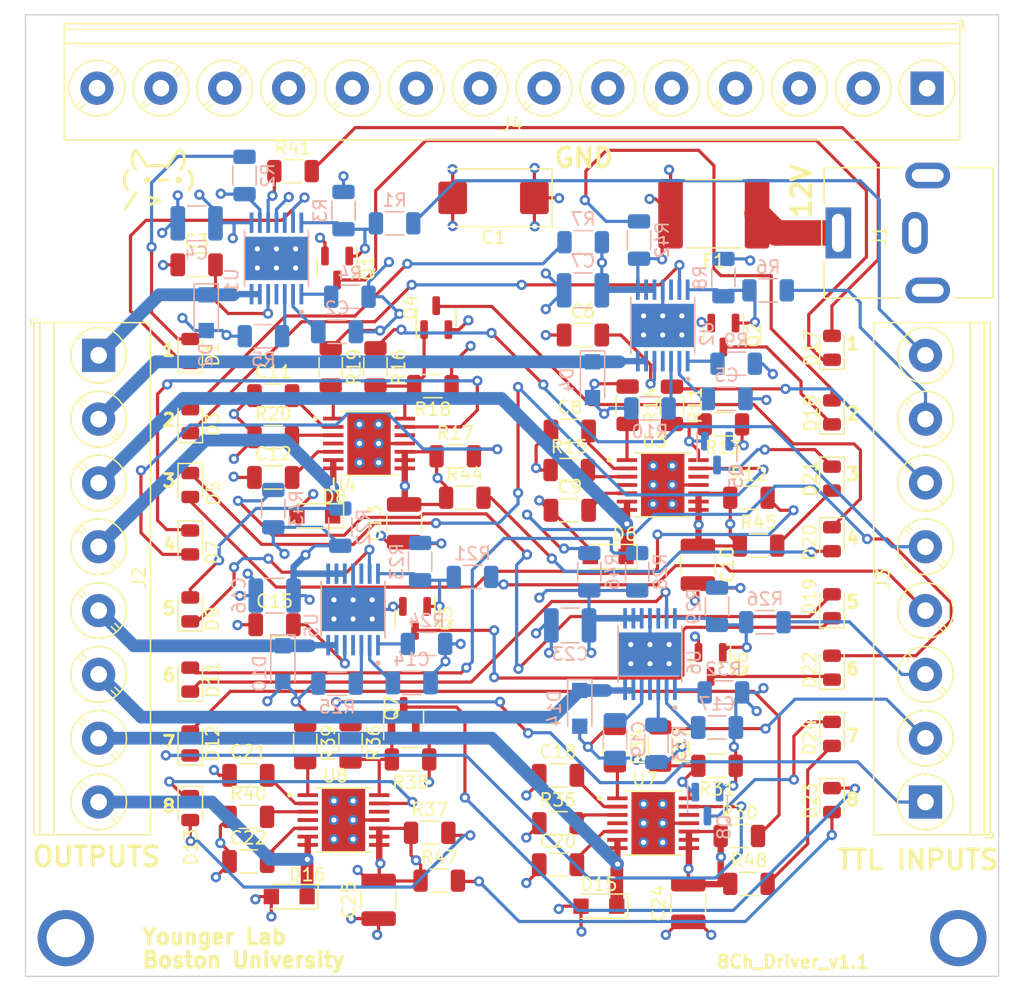
<source format=kicad_pcb>
(kicad_pcb (version 20221018) (generator pcbnew)
  (layers (0 "F.Cu" signal) (1 "In1.Cu" signal) (2 "In2.Cu" signal) (31 "B.Cu" signal) (34 "B.Paste" user) (35 "F.Paste" user) (36 "B.SilkS" user "B.Silkscreen") (37 "F.SilkS" user "F.Silkscreen") (38 "B.Mask" user) (39 "F.Mask" user) (44 "Edge.Cuts" user))
  (net 0 "")
  (net 1 "+12V")
  (net 2 "GND")
  (net 3 "/delay1")
  (net 4 "Net-(U1-BOOT)")
  (net 5 "/delay2")
  (net 6 "Net-(U2-BOOT)")
  (net 7 "/additonal-channels-p1/delay3")
  (net 8 "Net-(U3-BOOT)")
  (net 9 "/additonal-channels-p1/delay4")
  (net 10 "Net-(U4-BOOT)")
  (net 11 "/additonal-channels-p1/delay5")
  (net 12 "Net-(U5-BOOT)")
  (net 13 "/additonal-channels-p2/delay6")
  (net 14 "/additonal-channels-p2/delay7")
  (net 15 "Net-(U6-BOOT)")
  (net 16 "Net-(U7-BOOT)")
  (net 17 "/additonal-channels-p2/delay8")
  (net 18 "Net-(U8-BOOT)")
  (net 19 "/fault1")
  (net 20 "Net-(D1-A)")
  (net 21 "/fault2")
  (net 22 "Net-(D3-A)")
  (net 23 "/additonal-channels-p1/fault3")
  (net 24 "Net-(D5-A)")
  (net 25 "/additonal-channels-p1/fault4")
  (net 26 "Net-(D7-A)")
  (net 27 "/additonal-channels-p1/fault5")
  (net 28 "Net-(D9-A)")
  (net 29 "/additonal-channels-p2/fault6")
  (net 30 "Net-(D11-A)")
  (net 31 "/additonal-channels-p2/fault7")
  (net 32 "Net-(D12-A)")
  (net 33 "/additonal-channels-p2/fault8")
  (net 34 "Net-(D13-A)")
  (net 35 "Net-(D17-K)")
  (net 36 "Net-(D17-A)")
  (net 37 "Net-(D18-K)")
  (net 38 "Net-(D18-A)")
  (net 39 "Net-(D19-K)")
  (net 40 "Net-(D19-A)")
  (net 41 "Net-(D20-K)")
  (net 42 "Net-(D20-A)")
  (net 43 "Net-(D21-K)")
  (net 44 "Net-(D21-A)")
  (net 45 "Net-(D22-K)")
  (net 46 "Net-(D22-A)")
  (net 47 "Net-(D23-K)")
  (net 48 "Net-(D23-A)")
  (net 49 "Net-(D24-K)")
  (net 50 "Net-(D24-A)")
  (net 51 "/12V_IN")
  (net 52 "/in_term1")
  (net 53 "/in_term2")
  (net 54 "/additonal-channels-p1/in_term5")
  (net 55 "/additonal-channels-p1/in_term4")
  (net 56 "/additonal-channels-p1/in_term3")
  (net 57 "/additonal-channels-p2/in_term6")
  (net 58 "/additonal-channels-p2/in_term8")
  (net 59 "/additonal-channels-p2/in_term7")
  (net 60 "/duty1")
  (net 61 "/freq1")
  (net 62 "/duty2")
  (net 63 "/freq2")
  (net 64 "/additonal-channels-p1/duty3")
  (net 65 "/additonal-channels-p1/freq3")
  (net 66 "/additonal-channels-p1/duty4")
  (net 67 "/additonal-channels-p1/freq4")
  (net 68 "/additonal-channels-p1/duty5")
  (net 69 "/additonal-channels-p1/freq5")
  (net 70 "/additonal-channels-p2/duty6")
  (net 71 "/additonal-channels-p2/freq6")
  (net 72 "/additonal-channels-p2/duty7")
  (net 73 "/additonal-channels-p2/freq7")
  (net 74 "/additonal-channels-p2/duty8")
  (net 75 "/additonal-channels-p2/freq8")
  (net 92 "out1")
  (net 93 "out2")
  (net 94 "out3")
  (net 95 "out4")
  (net 96 "out5")
  (net 97 "out6")
  (net 98 "out7")
  (net 99 "out8")
  (net 100 "in1")
  (net 101 "in2")
  (net 102 "in3")
  (net 103 "in4")
  (net 104 "in5")
  (net 105 "in6")
  (net 106 "in7")
  (net 107 "in8")
  (footprint "LED_SMD:LED_0805_2012Metric" (layer "F.Cu") (at 111.75 100.31 -90)
    (fp_text reference "D7")
    (fp_text value "LED")
  )
  (footprint "Resistor_SMD:R_1206_3216Metric" (layer "F.Cu") (at 126.25 86.56 -90)
    (fp_text reference "R16")
    (fp_text value "49R9")
  )
  (footprint "Capacitor_SMD:C_1206_3216Metric" (layer "F.Cu") (at 116.3 125.31)
    (fp_text reference "C22")
    (fp_text value "470pF")
  )
  (footprint "LED_SMD:LED_0805_2012Metric" (layer "F.Cu") (at 111.75 95.81 -90)
    (fp_text reference "D5")
    (fp_text value "LED")
  )
  (footprint "Capacitor_SMD:C_1210_3225Metric" (layer "F.Cu") (at 126.5 128.31 -90)
    (fp_text reference "C25")
    (fp_text value "10uF")
  )
  (footprint "Resistor_SMD:R_1206_3216Metric" (layer "F.Cu") (at 155.5 127.06)
    (fp_text reference "R48")
    (fp_text value "10K")
  )
  (footprint "Resistor_SMD:R_1206_3216Metric" (layer "F.Cu") (at 140.55 122.31)
    (fp_text reference "R35")
    (fp_text value "191k")
  )
  (footprint "LED_SMD:LED_0805_2012Metric" (layer "F.Cu") (at 111.75 90.81 90)
    (fp_text reference "D3")
    (fp_text value "LED")
  )
  (footprint "Capacitor_SMD:C_1206_3216Metric" (layer "F.Cu") (at 141.47 91.58)
    (fp_text reference "C8")
    (fp_text value "0.18uF")
  )
  (footprint "Resistor_SMD:R_1206_3216Metric" (layer "F.Cu") (at 153 117.81 180)
    (fp_text reference "R31")
    (fp_text value "4k7")
  )
  (footprint "Package_TO_SOT_SMD:SOT-23" (layer "F.Cu") (at 128.46 114.09 90)
    (fp_text reference "Q7")
    (fp_text value "2N7002E")
  )
  (footprint "Resistor_SMD:R_1206_3216Metric" (layer "F.Cu") (at 141.43 94.64)
    (fp_text reference "R15")
    (fp_text value "191k")
  )
  (footprint "Resistor_SMD:R_1206_3216Metric" (layer "F.Cu") (at 154.75 123.31)
    (fp_text reference "R30")
    (fp_text value "4k7")
  )
  (footprint "Resistor_SMD:R_1206_3216Metric" (layer "F.Cu") (at 133.25 96.81)
    (fp_text reference "R44")
    (fp_text value "10K")
  )
  (footprint "Resistor_SMD:R_1206_3216Metric" (layer "F.Cu") (at 132.5 93.56)
    (fp_text reference "R17")
    (fp_text value "4k7")
  )
  (footprint "TerminalBlock_Phoenix:TerminalBlock_Phoenix_PT-1,5-8-5.0-H_1x08_P5.00mm_Horizontal" (layer "F.Cu") (at 169.325 120.65 90)
    (fp_text reference "J3")
    (fp_text value "Screw_Terminal_01x08")
  )
  (footprint "Capacitor_SMD:C_1210_3225Metric" (layer "F.Cu") (at 151.5 102.06 -90)
    (fp_text reference "C10")
    (fp_text value "10uF")
  )
  (footprint "Resistor_SMD:R_1206_3216Metric" (layer "F.Cu") (at 119.8 71.22)
    (fp_text reference "R41")
    (fp_text value "10K")
  )
  (footprint "Solenoid_Driver:IC_TPS27S100BPWPR" (layer "F.Cu") (at 125.75 92.56)
    (fp_text reference "U4")
    (fp_text value "DRV104PWP")
  )
  (footprint "Capacitor_Tantalum_SMD:CP_EIA-7343-43_Kemet-X_Pad2.25x2.55mm_HandSolder" (layer "F.Cu") (at 135.5 73.31 180)
    (fp_text reference "C1")
    (fp_text value "47uF")
  )
  (footprint "Resistor_SMD:R_1206_3216Metric" (layer "F.Cu") (at 156.25 100.56)
    (fp_text reference "R45")
    (fp_text value "10K")
  )
  (footprint "Fuse:Fuse_2920_7451Metric" (layer "F.Cu") (at 152.75 74.56 180)
    (fp_text reference "F1")
    (fp_text value "0ZCF0125FF2C")
  )
  (footprint "Resistor_SMD:R_1206_3216Metric" (layer "F.Cu") (at 130.5 123.06)
    (fp_text reference "R37")
    (fp_text value "4k7")
  )
  (footprint "Capacitor_SMD:C_1210_3225Metric" (layer "F.Cu") (at 150.75 128.56 -90)
    (fp_text reference "C24")
    (fp_text value "10uF")
  )
  (footprint "Capacitor_SMD:C_1206_3216Metric" (layer "F.Cu") (at 118.25 95.22)
    (fp_text reference "C12")
    (fp_text value "470pF")
  )
  (footprint "LED_SMD:LED_0805_2012Metric" (layer "F.Cu") (at 162 90.1225 90)
    (fp_text reference "D18")
    (fp_text value "LED Green")
  )
  (footprint "Resistor_SMD:R_1206_3216Metric" (layer "F.Cu") (at 129 117.31 180)
    (fp_text reference "R38")
    (fp_text value "4k7")
  )
  (footprint "Resistor_SMD:R_1206_3216Metric" (layer "F.Cu") (at 124.3 116.01 -90)
    (fp_text reference "R36")
    (fp_text value "49R9")
  )
  (footprint "Solenoid_Driver:IC_TPS27S100BPWPR" (layer "F.Cu") (at 148.75 95.81)
    (fp_text reference "U3")
    (fp_text value "DRV104PWP")
  )
  (footprint "Capacitor_SMD:C_1210_3225Metric" (layer "F.Cu") (at 128.5 98.81 -90)
    (fp_text reference "C13")
    (fp_text value "10uF")
  )
  (footprint "Resistor_SMD:R_1206_3216Metric" (layer "F.Cu") (at 145 116.31 -90)
    (fp_text reference "R34")
    (fp_text value "162k")
  )
  (footprint "Package_TO_SOT_SMD:SOT-23" (layer "F.Cu") (at 131.01 82.7 90)
    (fp_text reference "Q4")
    (fp_text value "2N7002E")
  )
  (footprint "Diode_SMD:Nexperia_CFP3_SOD-123W" (layer "F.Cu") (at 119.5 128.06 180)
    (fp_text reference "D16")
    (fp_text value "PMEG10010ELRX")
  )
  (footprint "LED_SMD:LED_0805_2012Metric" (layer "F.Cu") (at 162 95.31 -90)
    (fp_text reference "D21")
    (fp_text value "LED Green")
  )
  (footprint "MountingHole:MountingHole_2.2mm_M2_Pad" (layer "F.Cu") (at 171.9 131.31)
    (fp_text reference "H1" hide)
    (fp_text value "MountingHole")
  )
  (footprint "Resistor_SMD:R_1206_3216Metric" (layer "F.Cu") (at 148.55 116.26 -90)
    (fp_text reference "R27")
    (fp_text value "49R9")
  )
  (footprint "LED_SMD:LED_0805_2012Metric" (layer "F.Cu") (at 162 115.31 -90)
    (fp_text reference "D24")
    (fp_text value "LED Green")
  )
  (footprint "Resistor_SMD:R_1206_3216Metric" (layer "F.Cu") (at 146 89.56 -90)
    (fp_text reference "R14")
    (fp_text value "162k")
  )
  (footprint "Connector_BarrelJack:BarrelJack_CUI_PJ-063AH_Horizontal" (layer "F.Cu") (at 162.5 76.06 90)
    (fp_text reference "J1")
    (fp_text value "Barrel_Jack")
  )
  (footprint "Package_TO_SOT_SMD:SOT-23" (layer "F.Cu") (at 129.35 106.26 -90)
    (fp_text reference "Q3")
    (fp_text value "2N7002E")
  )
  (footprint "LED_SMD:LED_0805_2012Metric" (layer "F.Cu") (at 162 85.06 90)
    (fp_text reference "D17")
    (fp_text value "LED Green")
  )
  (footprint "TerminalBlock_Phoenix:TerminalBlock_Phoenix_PT-1,5-14-5.0-H_1x14_P5.00mm_Horizontal" (layer "F.Cu") (at 169.45 64.72 180)
    (fp_text reference "J4")
    (fp_text value "Screw_Terminal_01x14")
  )
  (footprint "Capacitor_SMD:C_1206_3216Metric" (layer "F.Cu") (at 141.47 97.79)
    (fp_text reference "C9")
    (fp_text value "470pF")
  )
  (footprint "Resistor_SMD:R_1206_3216Metric" (layer "F.Cu") (at 116.3 121.81)
    (fp_text reference "R40")
    (fp_text value "191k")
  )
  (footprint "MountingHole:MountingHole_2.2mm_M2_Pad" (layer "F.Cu") (at 102 131.31)
    (fp_text reference "H2" hide)
    (fp_text value "MountingHole")
  )
  (footprint "Capacitor_SMD:C_1206_3216Metric" (layer "F.Cu") (at 142.5 84.06)
    (fp_text reference "C6")
    (fp_text value "470pF")
  )
  (footprint "Capacitor_SMD:C_1206_3216Metric" (layer "F.Cu") (at 140.55 118.56)
    (fp_text reference "C18")
    (fp_text value "0.18uF")
  )
  (footprint "LED_SMD:LED_0805_2012Metric" (layer "F.Cu") (at 162 110.1225 90)
    (fp_text reference "D22")
    (fp_text value "LED Green")
  )
  (footprint "LED_SMD:LED_0805_2012Metric" (layer "F.Cu") (at 111.75 116.06 90)
    (fp_text reference "D12")
    (fp_text value "LED")
  )
  (footprint "Capacitor_SMD:C_1206_3216Metric" (layer "F.Cu") (at 116.3 118.56)
    (fp_text reference "C21")
    (fp_text value "0.18uF")
  )
  (footprint "Solenoid_Driver:IC_TPS27S100BPWPR" (layer "F.Cu") (at 123.75 122.06)
    (fp_text reference "U8")
    (fp_text value "DRV104PWP")
  )
  (footprint "LED_SMD:LED_0805_2012Metric" (layer "F.Cu") (at 162 120.4975 -90)
    (fp_text reference "D23")
    (fp_text value "LED Green")
  )
  (footprint "Capacitor_SMD:C_1206_3216Metric" (layer "F.Cu") (at 140.55 125.56)
    (fp_text reference "C20")
    (fp_text value "470pF")
  )
  (footprint "Resistor_SMD:R_1206_3216Metric" (layer "F.Cu") (at 131.25 126.81)
    (fp_text reference "R47")
    (fp_text value "10K")
  )
  (footprint "Diode_SMD:Nexperia_CFP3_SOD-123W" (layer "F.Cu") (at 121.5 98.23 180)
    (fp_text reference "D8")
    (fp_text value "PMEG10010ELRX")
  )
  (footprint "LED_SMD:LED_0805_2012Metric" (layer "F.Cu") (at 111.75 105.56 90)
    (fp_text reference "D9")
    (fp_text value "LED")
  )
  (footprint "LED_SMD:LED_0805_2012Metric" (layer "F.Cu") (at 162 100.06 -90)
    (fp_text reference "D20")
    (fp_text value "LED Green")
  )
  (footprint "TerminalBlock_Phoenix:TerminalBlock_Phoenix_PT-1,5-8-5.0-H_1x08_P5.00mm_Horizontal" (layer "F.Cu") (at 104.575 85.65 -90)
    (fp_text reference "J2")
    (fp_text value "Screw_Terminal_01x08")
  )
  (footprint "LED_SMD:LED_0805_2012Metric" (layer "F.Cu") (at 111.75 121.1225 -90)
    (fp_text reference "D13")
    (fp_text value "LED")
  )
  (footprint "Resistor_SMD:R_1206_3216Metric" (layer "F.Cu") (at 149.47 89.57 -90)
    (fp_text reference "R11")
    (fp_text value "49R9")
  )
  (footprint "Solenoid_Driver:IC_TPS27S100BPWPR" (layer "F.Cu") (at 148 122.31)
    (fp_text reference "U7")
    (fp_text value "DRV104PWP")
  )
  (footprint "Package_TO_SOT_SMD:SOT-23" (layer "F.Cu") (at 123.25 78.81 -90)
    (fp_text reference "Q1")
    (fp_text value "2N7002E")
  )
  (footprint "Capacitor_SMD:C_1206_3216Metric" (layer "F.Cu") (at 118.35 106.76)
    (fp_text reference "C15")
    (fp_text value "470pF")
  )
  (footprint "LED_SMD:LED_0805_2012Metric" (layer "F.Cu") (at 162 105.31 90)
    (fp_text reference "D19")
    (fp_text value "LED Green")
  )
  (footprint "Resistor_SMD:R_1206_3216Metric" (layer "F.Cu") (at 155.5 96.81)
    (fp_text reference "R12")
    (fp_text value "4k7")
  )
  (footprint "LED_SMD:LED_0805_2012Metric" (layer "F.Cu") (at 111.75 111.06 90)
    (fp_text reference "D11")
    (fp_text value "LED")
  )
  (footprint "Diode_SMD:Nexperia_CFP3_SOD-123W" (layer "F.Cu") (at 143.75 128.81 180)
    (fp_text reference "D15")
    (fp_text value "PMEG10010ELRX")
  )
  (footprint "Resistor_SMD:R_1206_3216Metric" (layer "F.Cu") (at 122.75 86.56 -90)
    (fp_text reference "R19")
    (fp_text value "162k")
  )
  (footprint "Package_TO_SOT_SMD:SOT-23" (layer "F.Cu") (at 152.5 109.8725 -90)
    (fp_text reference "Q6")
    (fp_text value "2N7002E")
  )
  (footprint "Capacitor_SMD:C_1206_3216Metric" (layer "F.Cu") (at 118.25 88.81)
    (fp_text reference "C11")
    (fp_text value "0.18uF")
  )
  (footprint "Resistor_SMD:R_1206_3216Metric" (layer "F.Cu") (at 130.75 88.06 180)
    (fp_text reference "R18")
    (fp_text value "4k7")
  )
  (footprint "Capacitor_SMD:C_1206_3216Metric" (layer "F.Cu") (at 112.25 78.56)
    (fp_text reference "C3")
    (fp_text value "470pF")
  )
  (footprint "Resistor_SMD:R_1206_3216Metric" (layer "F.Cu") (at 118.25 92.06)
    (fp_text reference "R20")
    (fp_text value "191k")
  )
  (footprint "Resistor_SMD:R_1206_3216Metric" (layer "F.Cu") (at 120.75 116.06 -90)
    (fp_text reference "R39")
    (fp_text value "162k")
  )
  (footprint "Package_TO_SOT_SMD:SOT-23" (layer "F.Cu") (at 153.5 84.06 -90)
    (fp_text reference "Q2")
    (fp_text value "2N7002E")
  )
  (footprint "Resistor_SMD:R_1206_3216Metric" (layer "F.Cu") (at 153.5 91.06 180)
    (fp_text reference "R13")
    (fp_text value "4k7")
  )
  (footprint "LED_SMD:LED_0805_2012Metric" (layer "F.Cu") (at 111.75 85.31 90)
    (fp_text reference "D1")
    (fp_text value "LED")
  )
  (footprint "Diode_SMD:Nexperia_CFP3_SOD-123W" (layer "F.Cu") (at 144.4775 101.42 180)
    (fp_text reference "D6")
    (fp_text value "PMEG10010ELRX")
  )
  (footprint "Capacitor_SMD:C_1210_3225Metric" (layer "B.Cu") (at 141.5 106.81 180)
    (fp_text reference "C23")
    (fp_text value "10uF")
  )
  (footprint "Resistor_SMD:R_1206_3216Metric" (layer "B.Cu") (at 130.25 108.26 180)
    (fp_text reference "R24")
    (fp_text value "162k")
  )
  (footprint "Resistor_SMD:R_1206_3216Metric" (layer "B.Cu") (at 143 102.61 90)
    (fp_text reference "R46")
    (fp_text value "10K")
  )
  (footprint "Resistor_SMD:R_1206_3216Metric" (layer "B.Cu") (at 146.89 76.62 90)
    (fp_text reference "R42")
    (fp_text value "10K")
  )
  (footprint "Capacitor_SMD:C_1210_3225Metric" (layer "B.Cu") (at 112.25 75.31 180)
    (fp_text reference "C4")
    (fp_text value "10uF")
  )
  (footprint "Resistor_SMD:R_1206_3216Metric" (layer "B.Cu") (at 124.25 81.06 180)
    (fp_text reference "R4")
    (fp_text value "162k")
  )
  (footprint "Resistor_SMD:R_1206_3216Metric" (layer "B.Cu") (at 153.5 79.56 -90)
    (fp_text reference "R8")
    (fp_text value "4k7")
  )
  (footprint "Diode_SMD:Nexperia_CFP3_SOD-123W" (layer "B.Cu") (at 142.25 113.31 -90)
    (fp_text reference "D14")
    (fp_text value "PMEG10010ELRX")
  )
  (footprint "Capacitor_SMD:C_1210_3225Metric" (layer "B.Cu") (at 142.5 80.56 180)
    (fp_text reference "C7")
    (fp_text value "10uF")
  )
  (footprint "Resistor_SMD:R_1206_3216Metric" (layer "B.Cu") (at 157 80.56 180)
    (fp_text reference "R6")
    (fp_text value "49R9")
  )
  (footprint "Capacitor_SMD:C_1206_3216Metric" (layer "B.Cu") (at 123.25 83.81 180)
    (fp_text reference "C2")
    (fp_text value "0.18uF")
  )
  (footprint "Resistor_SMD:R_1206_3216Metric" (layer "B.Cu") (at 153 105.31 -90)
    (fp_text reference "R29")
    (fp_text value "4k7")
  )
  (footprint "Solenoid_Driver:IC_TPS27S100BPWPR" (layer "B.Cu") (at 118.5 78.06 90)
    (fp_text reference "U1")
    (fp_text value "DRV104PWP")
  )
  (footprint "Solenoid_Driver:IC_TPS27S100BPWPR" (layer "B.Cu") (at 124.5 105.56 90)
    (fp_text reference "U5")
    (fp_text value "DRV104PWP")
  )
  (footprint "Capacitor_SMD:C_1206_3216Metric" (layer "B.Cu") (at 129.09 111.32 180)
    (fp_text reference "C14")
    (fp_text value "0.18uF")
  )
  (footprint "Package_TO_SOT_SMD:SOT-23" (layer "B.Cu") (at 153 93.31 -90)
    (fp_text reference "Q5")
    (fp_text value "2N7002E")
  )
  (footprint "Resistor_SMD:R_1206_3216Metric" (layer "B.Cu") (at 146.75 102.61 90)
    (fp_text reference "R28")
    (fp_text value "4k7")
  )
  (footprint "Resistor_SMD:R_1206_3216Metric" (layer "B.Cu") (at 148.25 116.06 90)
    (fp_text reference "R33")
    (fp_text value "191k")
  )
  (footprint "Resistor_SMD:R_1206_3216Metric" (layer "B.Cu") (at 142.52 76.79 180)
    (fp_text reference "R7")
    (fp_text value "4k7")
  )
  (footprint "Resistor_SMD:R_1206_3216Metric" (layer "B.Cu") (at 116 71.56 90)
    (fp_text reference "R2")
    (fp_text value "4k7")
  )
  (footprint "Capacitor_SMD:C_1206_3216Metric" (layer "B.Cu") (at 145.02 115.73 90)
    (fp_text reference "C19")
    (fp_text value "470pF")
  )
  (footprint "Resistor_SMD:R_1206_3216Metric" (layer "B.Cu") (at 156.75 106.56 180)
    (fp_text reference "R26")
    (fp_text value "49R9")
  )
  (footprint "Capacitor_SMD:C_1206_3216Metric" (layer "B.Cu") (at 153.75 89.06 180)
    (fp_text reference "C5")
    (fp_text value "0.18uF")
  )
  (footprint "Resistor_SMD:R_1206_3216Metric" (layer "B.Cu") (at 129.75 101.81 -90)
    (fp_text reference "R23")
    (fp_text value "4k7")
  )
  (footprint "Resistor_SMD:R_1206_3216Metric" (layer "B.Cu") (at 118.25 97.66 90)
    (fp_text reference "R43")
    (fp_text value "10K")
  )
  (footprint "Solenoid_Driver:IC_TPS27S100BPWPR" (layer "B.Cu") (at 147.75 109.06 90)
    (fp_text reference "U6")
    (fp_text value "DRV104PWP")
  )
  (footprint "Resistor_SMD:R_1206_3216Metric" (layer "B.Cu") (at 154.5 86.31 180)
    (fp_text reference "R9")
    (fp_text value "162k")
  )
  (footprint "Package_TO_SOT_SMD:SOT-23" (layer "B.Cu") (at 152.25 120.81 -90)
    (fp_text reference "Q8")
    (fp_text value "2N7002E")
  )
  (footprint "Resistor_SMD:R_1206_3216Metric" (layer "B.Cu") (at 123.75 74.31 -90)
    (fp_text reference "R3")
    (fp_text value "4k7")
  )
  (footprint "Resistor_SMD:R_1206_3216Metric" (layer "B.Cu") (at 123.25 111.38)
    (fp_text reference "R25")
    (fp_text value "191k")
  )
  (footprint "Diode_SMD:Nexperia_CFP3_SOD-123W" (layer "B.Cu") (at 113 82.31 -90)
    (fp_text reference "D2")
    (fp_text value "PMEG10010ELRX")
  )
  (footprint "Resistor_SMD:R_1206_3216Metric" (layer "B.Cu") (at 147.75 89.81)
    (fp_text reference "R10")
    (fp_text value "191k")
  )
  (footprint "Capacitor_SMD:C_1206_3216Metric" (layer "B.Cu") (at 153 114.81 180)
    (fp_text reference "C17")
    (fp_text value "0.18uF")
  )
  (footprint "Diode_SMD:Nexperia_CFP3_SOD-123W" (layer "B.Cu") (at 119 109.81 -90)
    (fp_text reference "D10")
    (fp_text value "PMEG10010ELRX")
  )
  (footprint "Solenoid_Driver:IC_TPS27S100BPWPR" (layer "B.Cu") (at 148.75 83.31 90)
    (fp_text reference "U2")
    (fp_text value "DRV104PWP")
  )
  (footprint "Resistor_SMD:R_1206_3216Metric" (layer "B.Cu") (at 133.85 103.01 180)
    (fp_text reference "R21")
    (fp_text value "49R9")
  )
  (footprint "Diode_SMD:Nexperia_CFP3_SOD-123W" (layer "B.Cu") (at 143.25 87.56 -90)
    (fp_text reference "D4")
    (fp_text value "PMEG10010ELRX")
  )
  (footprint "Resistor_SMD:R_1206_3216Metric" (layer "B.Cu") (at 153.5 112.06 180)
    (fp_text reference "R32")
    (fp_text value "162k")
  )
  (footprint "Resistor_SMD:R_1206_3216Metric" (layer "B.Cu") (at 123.5 99.11 90)
    (fp_text reference "R22")
    (fp_text value "4k7")
  )
  (footprint "Resistor_SMD:R_1206_3216Metric" (layer "B.Cu") (at 117.48 84.15)
    (fp_text reference "R5")
    (fp_text value "191k")
  )
  (footprint "Capacitor_SMD:C_1210_3225Metric" (layer "B.Cu") (at 118.36 104.48 180)
    (fp_text reference "C16")
    (fp_text value "10uF")
  )
  (footprint "Resistor_SMD:R_1206_3216Metric" (layer "B.Cu") (at 127.75 75.31 180)
    (fp_text reference "R1")
    (fp_text value "49R9")
  )
  (gr_line (start 175.05 134.31) (end 175.05 58.97) (stroke (width 0.1)) (layer "Edge.Cuts"))
  (gr_line (start 98.85 134.31) (end 175.05 134.31) (stroke (width 0.1)) (layer "Edge.Cuts"))
  (gr_line (start 98.85 58.97) (end 175.05 58.97) (stroke (width 0.1)) (layer "Edge.Cuts"))
  (gr_line (start 98.85 134.31) (end 98.85 58.97) (stroke (width 0.1)) (layer "Edge.Cuts"))
  (gr_text "1" (at 163 85.31) (layer "F.SilkS") (effects (font (size 1 1) (thickness 0.23) bold) (justify left bottom)))
  (gr_text "Younger Lab" (at 107.84 131.91) (layer "F.SilkS") (effects (font (size 1.2 1.2) (thickness 0.3) bold) (justify left bottom)))
  (gr_text "1" (at 109.45 85.81) (layer "F.SilkS") (effects (font (size 1 1) (thickness 0.23) bold) (justify left bottom)))
  (gr_text "6" (at 163 110.81) (layer "F.SilkS") (effects (font (size 1 1) (thickness 0.23) bold) (justify left bottom)))
  (gr_text "8" (at 163 121.06) (layer "F.SilkS") (effects (font (size 1 1) (thickness 0.23) bold) (justify left bottom)))
  (gr_text "3" (at 109.45 96.06) (layer "F.SilkS") (effects (font (size 1 1) (thickness 0.23) bold) (justify left bottom)))
  (gr_text "4" (at 163 100.56) (layer "F.SilkS") (effects (font (size 1 1) (thickness 0.23) bold) (justify left bottom)))
  (gr_text "8" (at 109.45 121.56) (layer "F.SilkS") (effects (font (size 1 1) (thickness 0.23) bold) (justify left bottom)))
  (gr_text "4" (at 109.5 101.06) (layer "F.SilkS") (effects (font (size 1 1) (thickness 0.23) bold) (justify left bottom)))
  (gr_text "Boston University" (at 107.84 133.73) (layer "F.SilkS") (effects (font (size 1.2 1.2) (thickness 0.3) bold) (justify left bottom)))
  (gr_text "     (\\__/)\n     ( •-•)\n  / >" (at 107.34 71.86) (layer "F.SilkS") (effects (font (size 1 1) (thickness 0.23))))
  (gr_text "GND" (at 140.085 71.05) (layer "F.SilkS") (effects (font (size 1.5 1.5) (thickness 0.3) bold) (justify left bottom)))
  (gr_text "8Ch_Driver_v1.1" (at 158.94 133.17) (layer "F.SilkS") (effects (font (size 1 1) (thickness 0.23) bold)))
  (gr_text "2" (at 109.45 91.31) (layer "F.SilkS") (effects (font (size 1 1) (thickness 0.23) bold) (justify left bottom)))
  (gr_text "6" (at 109.45 111.31) (layer "F.SilkS") (effects (font (size 1 1) (thickness 0.23) bold) (justify left bottom)))
  (gr_text "OUTPUTS" (at 99.25 125.81) (layer "F.SilkS") (effects (font (size 1.5 1.5) (thickness 0.3) bold) (justify left bottom)))
  (gr_text "7" (at 163 116.06) (layer "F.SilkS") (effects (font (size 1 1) (thickness 0.23) bold) (justify left bottom)))
  (gr_text "3" (at 163 95.56) (layer "F.SilkS") (effects (font (size 1 1) (thickness 0.23) bold) (justify left bottom)))
  (gr_text "5" (at 109.45 106.06) (layer "F.SilkS") (effects (font (size 1 1) (thickness 0.23) bold) (justify left bottom)))
  (gr_text "7" (at 109.45 116.56) (layer "F.SilkS") (effects (font (size 1 1) (thickness 0.23) bold) (justify left bottom)))
  (gr_text "12V" (at 160.5 75.06 90) (layer "F.SilkS") (effects (font (size 1.5 1.5) (thickness 0.3) bold) (justify left bottom)))
  (gr_text "5" (at 163 105.56) (layer "F.SilkS") (effects (font (size 1 1) (thickness 0.23) bold) (justify left bottom)))
  (gr_text "TTL INPUTS" (at 162.25 126.06) (layer "F.SilkS") (effects (font (size 1.5 1.5) (thickness 0.3) bold) (justify left bottom)))
  (gr_text "2" (at 163 90.81) (layer "F.SilkS") (effects (font (size 1 1) (thickness 0.23) bold) (justify left bottom)))
  (segment (start 151.5 100.585) (end 154.7625 100.585) (width 0.25) (layer "F.Cu") (net 1))
  (segment (start 151.55 98.92) (end 151.56 98.93) (width 0.25) (layer "F.Cu") (net 1))
  (segment (start 126.638 125.468) (end 126.55 125.38) (width 0.25) (layer "F.Cu") (net 1))
  (segment (start 126.55 122.71) (end 128.6875 122.71) (width 0.25) (layer "F.Cu") (net 1))
  (segment (start 138.7 75.52) (end 138.73 75.55) (width 0.25) (layer "F.Cu") (net 1))
  (segment (start 154.0375 99.81) (end 154.7875 100.56) (width 0.25) (layer "F.Cu") (net 1))
  (segment (start 151.56 98.93) (end 151.55 98.94) (width 0.25) (layer "F.Cu") (net 1))
  (segment (start 126.5 126.835) (end 126.55 126.785) (width 0.25) (layer "F.Cu") (net 1))
  (segment (start 154.0375 96.81) (end 154.0375 98.8525) (width 0.25) (layer "F.Cu") (net 1))
  (segment (start 138.7 70.99) (end 138.72 70.97) (width 0.25) (layer "F.Cu") (net 1))
  (segment (start 131.2625 97.335) (end 131.7875 96.81) (width 0.25) (layer "F.Cu") (net 1))
  (segment (start 129.7625 126.835) (end 129.7875 126.81) (width 0.25) (layer "F.Cu") (net 1))
  (segment (start 153.2875 123.31) (end 153.2875 124.9395) (width 0.5) (layer "F.Cu") (net 1))
  (segment (start 151.55 97.11) (end 151.55 97.76) (width 0.25) (layer "F.Cu") (net 1))
  (segment (start 153.308 127.085) (end 154.0125 127.085) (width 0.25) (layer "F.Cu") (net 1))
  (segment (start 153.6875 96.46) (end 154.0375 96.81) (width 0.25) (layer "F.Cu") (net 1))
  (segment (start 118.3375 73.0025) (end 118.19 73.15) (width 0.25) (layer "F.Cu") (net 1))
  (segment (start 128.55 97.285) (end 128.5 97.335) (width 0.25) (layer "F.Cu") (net 1))
  (segment (start 148.7 75.2225) (end 149.3625 74.56) (width 0.25) (layer "F.Cu") (net 1))
  (segment (start 131.7875 95.9275) (end 131.12 95.26) (width 0.25) (layer "F.Cu") (net 1))
  (segment (start 154.03 98.86) (end 154.0375 98.8675) (width 0.25) (layer "F.Cu") (net 1))
  (segment (start 153.2875 124.9805) (end 153.2875 127.0645) (width 0.5) (layer "F.Cu") (net 1))
  (segment (start 138.7 73.31) (end 138.7 70.99) (width 0.25) (layer "F.Cu") (net 1))
  (segment (start 128.55 93.39) (end 128.55 95.88) (width 0.5) (layer "F.Cu") (net 1))
  (segment (start 150.75 127.085) (end 150.75 125.8935) (width 0.25) (layer "F.Cu") (net 1))
  (segment (start 129.7875 126.81) (end 129.7875 125.5695) (width 0.25) (layer "F.Cu") (net 1))
  (segment (start 129.0375 124.8195) (end 129.432 125.214) (width 0.25) (layer "F.Cu") (net 1))
  (segment (start 154.0125 127.085) (end 154.0375 127.06) (width 0.25) (layer "F.Cu") (net 1))
  (segment (start 149.3625 71.2305) (end 149.244 71.112) (width 0.25) (layer "F.Cu") (net 1))
  (segment (start 126.55 125.556) (end 126.638 125.468) (width 0.25) (layer "F.Cu") (net 1))
  (segment (start 151.55 96.46) (end 153.6875 96.46) (width 0.25) (layer "F.Cu") (net 1))
  (segment (start 148.7 78.13) (end 148.7 75.2225) (width 0.25) (layer "F.Cu") (net 1))
  (segment (start 131.7875 96.81) (end 131.7875 95.9275) (width 0.25) (layer "F.Cu") (net 1))
  (segment (start 138.7 73.31) (end 138.7 75.52) (width 0.25) (layer "F.Cu") (net 1))
  (segment (start 151.55 96.61) (end 151.55 98.92) (width 0.5) (layer "F.Cu") (net 1))
  (segment (start 150.8 125.8435) (end 150.768 125.8755) (width 0.25) (layer "F.Cu") (net 1))
  (segment (start 126.55 125.38) (end 126.55 122.928) (width 0.5) (layer "F.Cu") (net 1))
  (segment (start 125.719 126.835) (end 124.86 125.976) (width 0.25) (layer "F.Cu") (net 1))
  (segment (start 147.72 73.398) (end 148.2005 73.398) (width 0.25) (layer "F.Cu") (net 1))
  (segment (start 148.2005 73.398) (end 149.3625 74.56) (width 0.25) (layer "F.Cu") (net 1))
  (segment (start 149.3625 74.56) (end 149.3625 71.2305) (width 0.25) (layer "F.Cu") (net 1))
  (segment (start 150.75 127.085) (end 153.308 127.085) (width 0.5) (layer "F.Cu") (net 1))
  (segment (start 128.55 95.9) (end 128.55 97.285) (width 0.5) (layer "F.Cu") (net 1))
  (segment (start 126.5 126.835) (end 125.719 126.835) (width 0.25) (layer "F.Cu") (net 1))
  (segment (start 151.55 100.535) (end 151.5 100.585) (width 0.25) (layer "F.Cu") (net 1))
  (segment (start 129.0375 123.06) (end 129.0375 124.8195) (width 0.25) (layer "F.Cu") (net 1))
  (segment (start 131.0375 93.56) (end 131.0375 95.1775) (width 0.25) (layer "F.Cu") (net 1))
  (segment (start 118.3375 71.22) (end 118.3375 73.0025) (width 0.25) (layer "F.Cu") (net 1))
  (segment (start 128.56 95.89) (end 128.55 95.9) (width 0.5) (layer "F.Cu") (net 1))
  (segment (start 154.7625 100.585) (end 154.7875 100.56) (width 0.25) (layer "F.Cu") (net 1))
  (segment (start 153.2875 124.9395) (end 153.308 124.96) (width 0.5) (layer "F.Cu") (net 1))
  (segment (start 126.5 126.835) (end 129.7625 126.835) (width 0.25) (layer "F.Cu") (net 1))
  (segment (start 138.7 73.31) (end 140.6 73.31) (width 0.25) (layer "F.Cu") (net 1))
  (segment (start 131.0375 95.1775) (end 131.12 95.26) (width 0.25) (layer "F.Cu") (net 1))
  (segment (start 126.55 126.785) (end 126.55 125.556) (width 0.25) (layer "F.Cu") (net 1))
  (segment (start 153.308 124.96) (end 153.2875 124.9805) (width 0.5) (layer "F.Cu") (net 1))
  (segment (start 128.5 97.335) (end 131.2625 97.335) (width 0.25) (layer "F.Cu") (net 1))
  (segment (start 152.9375 122.96) (end 153.2875 123.31) (width 0.25) (layer "F.Cu") (net 1))
  (segment (start 151.55 98.94) (end 151.55 100.535) (width 0.5) (layer "F.Cu") (net 1))
  (segment (start 128.6875 122.71) (end 129.0375 123.06) (width 0.25) (layer "F.Cu") (net 1))
  (segment (start 129.7875 125.5695) (end 129.432 125.214) (width 0.25) (layer "F.Cu") (net 1))
  (segment (start 150.75 125.8935) (end 150.768 125.8755) (width 0.25) (layer "F.Cu") (net 1))
  (segment (start 150.8 123.182) (end 150.8 125.8435) (width 0.5) (layer "F.Cu") (net 1))
  (segment (start 154.0375 98.8525) (end 154.03 98.86) (width 0.25) (layer "F.Cu") (net 1))
  (segment (start 150.8 122.96) (end 152.9375 122.96) (width 0.25) (layer "F.Cu") (net 1))
  (segment (start 130.6875 93.21) (end 131.0375 93.56) (width 0.25) (layer "F.Cu") (net 1))
  (segment (start 128.55 95.88) (end 128.56 95.89) (width 0.5) (layer "F.Cu") (net 1))
  (segment (start 140.6 73.31) (end 140.63 73.34) (width 0.25) (layer "F.Cu") (net 1))
  (segment (start 153.2875 127.0645) (end 153.308 127.085) (width 0.25) (layer "F.Cu") (net 1))
  (segment (start 154.0375 98.8675) (end 154.0375 99.81) (width 0.25) (layer "F.Cu") (net 1))
  (segment (start 128.55 93.21) (end 130.6875 93.21) (width 0.25) (layer "F.Cu") (net 1))
  (via (at 143.99 78.39) (size 0.8) (drill 0.4) (layers "F.Cu" "B.Cu") (net 1))
  (via (at 148.7 78.13) (size 0.8) (drill 0.4) (layers "F.Cu" "B.Cu") (net 1))
  (via (at 139.084 104.64) (size 0.8) (drill 0.4) (layers "F.Cu" "B.Cu") (net 1))
  (via (at 118.19 73.15) (size 0.8) (drill 0.4) (layers "F.Cu" "B.Cu") (net 1))
  (via (at 129.432 125.214) (size 0.8) (drill 0.4) (layers "F.Cu" "B.Cu") (net 1))
  (via (at 114.14 72.99) (size 0.8) (drill 0.4) (layers "F.Cu" "B.Cu") (net 1))
  (via (at 131.12 95.26) (size 0.8) (drill 0.4) (layers "F.Cu" "B.Cu") (net 1))
  (via (at 153.308 124.96) (size 0.8) (drill 0.4) (layers "F.Cu" "B.Cu") (net 1))
  (via (at 121.1 104.8) (size 0.8) (drill 0.4) (layers "F.Cu" "B.Cu") (net 1))
  (via (at 128.56 95.89) (size 0.8) (drill 0.4) (layers "F.Cu" "B.Cu") (net 1))
  (via (at 112.46 73.06) (size 0.8) (drill 0.4) (layers "F.Cu" "B.Cu") (net 1))
  (via (at 149.244 71.112) (size 0.8) (drill 0.4) (layers "F.Cu" "B.Cu") (net 1))
  (via (at 140.63 73.34) (size 0.8) (drill 0.4) (layers "F.Cu" "B.Cu") (net 1))
  (via (at 119.13 101.21) (size 0.8) (drill 0.4) (layers "F.Cu" "B.Cu") (net 1))
  (via (at 150.768 125.8755) (size 0.8) (drill 0.4) (layers "F.Cu" "B.Cu") (net 1))
  (via (at 147.72 73.398) (size 0.8) (drill 0.4) (layers "F.Cu" "B.Cu") (net 1))
  (via (at 126.638 125.468) (size 0.8) (drill 0.4) (layers "F.Cu" "B.Cu") (net 1))
  (via (at 143.148 108.958) (size 0.8) (drill 0.4) (layers "F.Cu" "B.Cu") (net 1))
  (via (at 120.78 101.28) (size 0.8) (drill 0.4) (layers "F.Cu" "B.Cu") (net 1))
  (via (at 124.86 125.976) (size 0.8) (drill 0.4) (layers "F.Cu" "B.Cu") (net 1))
  (via (at 138.72 70.97) (size 0.8) (drill 0.4) (layers "F.Cu" "B.Cu") (net 1))
  (via (at 154.03 98.86) (size 0.8) (drill 0.4) (layers "F.Cu" "B.Cu") (net 1))
  (via (at 138.73 75.55) (size 0.8) (drill 0.4) (layers "F.Cu" "B.Cu") (net 1))
  (via (at 115.08 76.48) (size 0.8) (drill 0.4) (layers "F.Cu" "B.Cu") (net 1))
  (via (at 151.56 98.93) (size 0.8) (drill 0.4) (layers "F.Cu" "B.Cu") (net 1))
  (segment (start 113.775 75.26) (end 115.18 75.26) (width 0.25) (layer "B.Cu") (net 1))
  (segment (start 142.975 106.81) (end 142.975 104.0975) (width 0.25) (layer "B.Cu") (net 1))
  (segment (start 143.975 80.56) (end 144.025 80.51) (width 0.25) (layer "B.Cu") (net 1))
  (segment (start 118.25 100.33) (end 119.13 101.21) (width 0.25) (layer "B.Cu") (net 1))
  (segment (start 113.725 74.325) (end 112.46 73.06) (width 0.25) (layer "B.Cu") (net 1))
  (segment (start 117.2 74.2225) (end 117.2 75.26) (width 0.25) (layer "B.Cu") (net 1))
  (segment (start 118.19 73.15) (end 117.85 73.49) (width 0.25) (layer "B.Cu") (net 1))
  (segment (start 146.8 80.51) (end 146.8 78.1725) (width 0.25) (layer "B.Cu") (net 1))
  (segment (start 115.18 76.38) (end 115.08 76.48) (width 0.25) (layer "B.Cu") (net 1))
  (segment (start 118.25 99.1225) (end 122.05 99.1225) (width 0.25) (layer "B.Cu") (net 1))
  (segment (start 142.975 106.81) (end 142.975 108.785) (width 0.25) (layer "B.Cu") (net 1))
  (segment (start 123.69 102.76) (end 119.865 102.76) (width 0.5) (layer "B.Cu") (net 1))
  (segment (start 120.78 104.48) (end 121.1 104.8) (width 0.25) (layer "B.Cu") (net 1))
  (segment (start 118.25 99.1225) (end 118.25 100.33) (width 0.25) (layer "B.Cu") (net 1))
  (segment (start 146.8 78.1725) (end 146.89 78.0825) (width 0.25) (layer "B.Cu") (net 1))
  (segment (start 144.025 80.51) (end 147.92 80.51) (width 0.5) (layer "B.Cu") (net 1))
  (segment (start 143.975 80.56) (end 143.975 78.405) (width 0.25) (layer "B.Cu") (net 1))
  (segment (start 143.9825 76.79) (end 143.9825 78.3825) (width 0.25) (layer "B.Cu") (net 1))
  (segment (start 143 104.0725) (end 139.6515 104.0725) (width 0.25) (layer "B.Cu") (net 1))
  (segment (start 142.975 108.785) (end 143.148 108.958) (width 0.25) (layer "B.Cu") (net 1))
  (segment (start 119.835 104.48) (end 119.835 102.73) (width 0.5) (layer "B.Cu") (net 1))
  (segment (start 113.725 75.31) (end 113.725 74.325) (width 0.25) (layer "B.Cu") (net 1))
  (segment (start 113.725 75.31) (end 113.775 75.26) (width 0.25) (layer "B.Cu") (net 1))
  (segment (start 114.1725 73.0225) (end 114.14 72.99) (width 0.25) (layer "B.Cu") (net 1))
  (segment (start 115.18 75.26) (end 115.18 76.38) (width 0.25) (layer "B.Cu") (net 1))
  (segment (start 143.975 78.405) (end 143.99 78.39) (width 0.25) (layer "B.Cu") (net 1))
  (segment (start 119.835 102.73) (end 119.835 102.225) (width 0.5) (layer "B.Cu") (net 1))
  (segment (start 146.89 78.0825) (end 148.6525 78.0825) (width 0.25) (layer "B.Cu") (net 1))
  (segment (start 121.4875 100.5725) (end 120.78 101.28) (width 0.25) (layer "B.Cu") (net 1))
  (segment (start 148.6525 78.0825) (end 148.7 78.13) (width 0.25) (layer "B.Cu") (net 1))
  (segment (start 122.05 99.1225) (end 123.5 100.5725) (width 0.25) (layer "B.Cu") (net 1))
  (segment (start 116 73.0225) (end 117.2 74.2225) (width 0.25) (layer "B.Cu") (net 1))
  (segment (start 113.725 75.31) (end 114.1655 75.31) (width 0.25) (layer "B.Cu") (net 1))
  (segment (start 117.85 73.49) (end 117.85 75.26) (width 0.25) (layer "B.Cu") (net 1))
  (segment (start 123.5 100.5725) (end 121.4875 100.5725) (width 0.25) (layer "B.Cu") (net 1))
  (segment (start 119.865 102.76) (end 119.835 102.73) (width 0.25) (layer "B.Cu") (net 1))
  (segment (start 119.835 102.225) (end 120.78 101.28) (width 0.5) (layer "B.Cu") (net 1))
  (segment (start 143.9825 78.3825) (end 143.99 78.39) (width 0.25) (layer "B.Cu") (net 1))
  (segment (start 116 73.0225) (end 114.1725 73.0225) (width 0.25) (layer "B.Cu") (net 1))
  (segment (start 115.18 75.26) (end 116.55 75.26) (width 0.25) (layer "B.Cu") (net 1))
  (segment (start 143.525 106.26) (end 142.975 106.81) (width 0.25) (layer "B.Cu") (net 1))
  (segment (start 119.835 104.48) (end 120.78 104.48) (width 0.25) (layer "B.Cu") (net 1))
  (segment (start 139.6515 104.0725) (end 139.084 104.64) (width 0.25) (layer "B.Cu") (net 1))
  (segment (start 146.958 106.26) (end 143.525 106.26) (width 0.5) (layer "B.Cu") (net 1))
  (segment (start 142.975 104.0975) (end 143 104.0725) (width 0.25) (layer "B.Cu") (net 1))
  (segment (start 146.75 104.0725) (end 143 104.0725) (width 0.25) (layer "B.Cu") (net 1))
  (segment (start 150.8 122.31) (end 148.75 122.31) (width 0.25) (layer "F.Cu") (net 2))
  (segment (start 138.83 92.745) (end 138.83 94.48) (width 0.25) (layer "F.Cu") (net 2))
  (segment (start 154.9625 91.06) (end 154.9625 92.5785) (width 0.25) (layer "F.Cu") (net 2))
  (segment (start 151.55 107.962) (end 151.276 107.688) (width 0.25) (layer "F.Cu") (net 2))
  (segment (start 151.525 130.035) (end 152.546 131.056) (width 0.25) (layer "F.Cu") (net 2))
  (segment (start 151.55 108.935) (end 151.55 107.962) (width 0.25) (layer "F.Cu") (net 2))
  (segment (start 151.55 95.81) (end 149.5 95.81) (width 0.25) (layer "F.Cu") (net 2))
  (segment (start 128.605 100.39) (end 128.5 100.285) (width 0.25) (layer "F.Cu") (net 2))
  (segment (start 115.47 106.76) (end 115.45 106.78) (width 0.25) (layer "F.Cu") (net 2))
  (segment (start 131.41 100.39) (end 128.605 100.39) (width 0.25) (layer "F.Cu") (net 2))
  (segment (start 150.75 130.035) (end 150.011 130.035) (width 0.25) (layer "F.Cu") (net 2))
  (segment (start 139.995 97.79) (end 139.854 97.79) (width 0.25) (layer "F.Cu") (net 2))
  (segment (start 120.1 98.23) (end 120.1 97.8) (width 0.25) (layer "F.Cu") (net 2))
  (segment (start 139.9675 94.64) (end 138.99 94.64) (width 0.25) (layer "F.Cu") (net 2))
  (segment (start 116.7875 92.1425) (end 115.17 93.76) (width 0.25) (layer "F.Cu") (net 2))
  (segment (start 154.4625 116.4625) (end 154.324 116.324) (width 0.25) (layer "F.Cu") (net 2))
  (segment (start 145.7785 87.876) (end 146 88.0975) (width 0.25) (layer "F.Cu") (net 2))
  (segment (start 152.55 83.1225) (end 151.8565 83.1225) (width 0.25) (layer "F.Cu") (net 2))
  (segment (start 109.64 78.56) (end 109.62 78.58) (width 0.25) (layer "F.Cu") (net 2))
  (segment (start 132.8025 83.6375) (end 133.53 82.91) (width 0.25) (layer "F.Cu") (net 2))
  (segment (start 150.75 130.035) (end 151.525 130.035) (width 0.25) (layer "F.Cu") (net 2))
  (segment (start 126.5 129.785) (end 124.353 129.785) (width 0.25) (layer "F.Cu") (net 2))
  (segment (start 132.3 71.08) (end 132.29 71.07) (width 0.25) (layer "F.Cu") (net 2))
  (segment (start 141.025 84.06) (end 139.598 84.06) (width 0.25) (layer "F.Cu") (net 2))
  (segment (start 139.075 125.985) (end 138.068 126.992) (width 0.25) (layer "F.Cu") (net 2))
  (segment (start 154.832 103.878) (end 151.843 103.878) (width 0.25) (layer "F.Cu") (net 2))
  (segment (start 139.598 84.06) (end 139.592 84.066) (width 0.25) (layer "F.Cu") (net 2))
  (segment (start 120.75 114.5975) (end 120.75 113.52) (width 0.25) (layer "F.Cu") (net 2))
  (segment (start 144.3705 114.8475) (end 145 114.8475) (width 0.25) (layer "F.Cu") (net 2))
  (segment (start 143.0775 100.8725) (end 139.995 97.79) (width 0.25) (layer "F.Cu") (net 2))
  (segment (start 154.9625 92.5785) (end 155.086 92.702) (width 0.25) (layer "F.Cu") (net 2))
  (segment (start 150.011 130.035) (end 148.99 131.056) (width 0.25) (layer "F.Cu") (net 2))
  (segment (start 128.4 105.3225) (end 127.6575 105.3225) (width 0.25) (layer "F.Cu") (net 2))
  (segment (start 114.11 122.5375) (end 114.8375 121.81) (width 0.25) (layer "F.Cu") (net 2))
  (segment (start 126.5 130.94) (end 126.384 131.056) (width 0.25) (layer "F.Cu") (net 2))
  (segment (start 114.11 123.86) (end 114.11 122.5375) (width 0.25) (layer "F.Cu") (net 2))
  (segment (start 126.55 122.06) (end 124.5 122.06) (width 0.25) (layer "F.Cu") (net 2))
  (segment (start 130.4625 117.31) (end 130.4625 119.0775) (width 0.25) (layer "F.Cu") (net 2))
  (segment (start 140.822 128.81) (end 140.608 129.024) (width 0.25) (layer "F.Cu") (net 2))
  (segment (start 139.854 97.79) (end 139.084 97.02) (width 0.25) (layer "F.Cu") (net 2))
  (segment (start 118.1 128.06) (end 117.06 128.06) (width 0.25) (layer "F.Cu") (net 2))
  (segment (start 124.141049 83.706451) (end 126.616451 83.706451) (width 0.25) (layer "F.Cu") (net 2))
  (segment (start 132.2125 86.4075) (end 133.7 84.92) (width 0.25) (layer "F.Cu") (net 2))
  (segment (start 143.0775 101.42) (end 143.0775 100.8725) (width 0.25) (layer "F.Cu") (net 2))
  (segment (start 114.03 118.56) (end 113.61 118.14) (width 0.25) (layer "F.Cu") (net 2))
  (segment (start 151.843 103.878) (end 151.5 103.535) (width 0.25) (layer "F.Cu") (net 2))
  (segment (start 120.1 97.8) (end 121.38 96.52) (width 0.25) (layer "F.Cu") (net 2))
  (segment (start 132.2125 88.06) (end 132.2125 86.4075) (width 0.25) (layer "F.Cu") (net 2))
  (segment (start 110.775 78.56) (end 109.64 78.56) (width 0.25) (layer "F.Cu") (net 2))
  (segment (start 151.5 103.535) (end 151.5 104.67) (width 0.25) (layer "F.Cu") (net 2))
  (segment (start 114.825 125.31) (end 114.825 125.465) (width 0.25) (layer "F.Cu") (net 2))
  (segment (start 142.35 128.81) (end 142.35 130.766) (width 0.25) (layer "F.Cu") (net 2))
  (segment (start 132.3 73.31) (end 132.3 71.08) (width 0.25) (layer "F.Cu") (net 2))
  (segment (start 116.775 88.81) (end 116.61 88.81) (width 0.25) (layer "F.Cu") (net 2))
  (segment (start 138.99 94.64) (end 138.83 94.48) (width 0.25) (layer "F.Cu") (net 2))
  (segment (start 118.1 128.06) (end 118.1 129.62) (width 0.25) (layer "F.Cu") (net 2))
  (segment (start 139.075 119.127) (end 138.068 120.134) (width 0.25) (layer "F.Cu") (net 2))
  (segment (start 127.6575 105.3225) (end 127.64 105.34) (width 0.25) (layer "F.Cu") (net 2))
  (segment (start 116.7875 92.06) (end 116.7875 91.8675) (width 0.25) (layer "F.Cu") (net 2))
  (segment (start 114.825 124.575) (end 114.11 123.86) (width 0.25) (layer "F.Cu") (net 2))
  (segment (start 154.4625 117.81) (end 154.4625 119.1775) (width 0.25) (layer "F.Cu") (net 2))
  (segment (start 130.4625 117.31) (end 130.4625 116.08) (width 0.25) (layer "F.Cu") (net 2))
  (segment (start 131.96 83.6375) (end 132.8025 83.6375) (width 0.25) (layer "F.Cu") (net 2))
  (segment (start 142.894 116.324) (end 144.3705 114.8475) (width 0.25) (layer "F.Cu") (net 2))
  (segment (start 116.7875 91.8675) (end 115.17 90.25) (width 0.25) (layer "F.Cu") (net 2))
  (segment (start 139.995 91.58) (end 138.83 92.745) (width 0.25) (layer "F.Cu") (net 2))
  (segment (start 114.825 118.56) (end 114.03 118.56) (width 0.25) (layer "F.Cu") (net 2))
  (segment (start 122.75 85.0975) (end 124.141049 83.706451) (width 0.25) (layer "F.Cu") (net 2))
  (segment (start 130.4625 116.08) (end 129.41 115.0275) (width 0.25) (layer "F.Cu") (net 2))
  (segment (start 132.3 73.31) (end 132.3 75.52) (width 0.25) (layer "F.Cu") (net 2))
  (segment (start 127.185 100.285) (end 126.69 99.79) (width 0.25) (layer "F.Cu") (net 2))
  (segment (start 143.402 87.876) (end 145.7785 87.876) (width 0.25) (layer "F.Cu") (net 2))
  (segment (start 116.875 106.76) (end 115.47 106.76) (width 0.25) (layer "F.Cu") (net 2))
  (segment (start 115.21 95.22) (end 115.15 95.16) (width 0.25) (layer "F.Cu") (net 2))
  (segment (start 139.0875 122.31) (end 139.0875 122.4165) (width 0.25) (layer "F.Cu") (net 2))
  (segment (start 151.8565 83.1225) (end 151.784 83.05) (width 0.25) (layer "F.Cu") (net 2))
  (segment (start 116.61 88.81) (end 115.17 90.25) (width 0.25) (layer "F.Cu") (net 2))
  (segment (start 117.06 128.06) (end 116.85 128.27) (width 0.25) (layer "F.Cu") (net 2))
  (segment (start 114.825 125.31) (end 114.825 124.575) (width 0.25) (layer "F.Cu") (net 2))
  (segment (start 151.5 104.67) (end 151.276 104.894) (width 0.25) (layer "F.Cu") (net 2))
  (segment (start 139.0875 122.4165) (end 138.068 123.436) (width 0.25) (layer "F.Cu") (net 2))
  (segment (start 122.3 77.8725) (end 122.3 76.83) (width 0.25) (layer "F.Cu") (net 2))
  (segment (start 116.7875 92.06) (end 116.7875 92.1425) (width 0.25) (layer "F.Cu") (net 2))
  (segment (start 120.75 113.52) (end 120.01 112.78) (width 0.25) (layer "F.Cu") (net 2))
  (segment (start 142.35 128.81) (end 140.822 128.81) (width 0.25) (layer "F.Cu") (net 2))
  (segment (start 154.4625 117.81) (end 154.4625 116.4625) (width 0.25) (layer "F.Cu") (net 2))
  (segment (start 126.5 129.785) (end 126.5 130.94) (width 0.25) (layer "F.Cu") (net 2))
  (segment (start 124.353 129.785) (end 124.352 129.786) (width 0.25) (layer "F.Cu") (net 2))
  (segment (start 128.5 100.285) (end 127.185 100.285) (width 0.25) (layer "F.Cu") (net 2))
  (segment (start 128.55 92.56) (end 126.5 92.56) (width 0.25) (layer "F.Cu") (net 2))
  (segment (start 130.4625 119.0775) (end 130.45 119.09) (width 0.25) (layer "F.Cu") (net 2))
  (segment (start 142.35 130.766) (end 142.386 130.802) (width 0.25) (layer "F.Cu") (net 2))
  (segment (start 139.075 118.56) (end 139.075 119.127) (width 0.25) (layer "F.Cu") (net 2))
  (segment (start 114.825 125.465) (end 113.76 126.53) (width 0.25) (layer "F.Cu") (net 2))
  (segment (start 122.3 76.83) (end 121.91 76.44) (width 0.25) (layer "F.Cu") (net 2))
  (segment (start 139.075 125.56) (end 139.075 125.985) (width 0.25) (layer "F.Cu") (net 2))
  (segment (start 116.775 95.22) (end 115.21 95.22) (width 0.25) (layer "F.Cu") (net 2))
  (segment (start 154.4625 119.1775) (end 154.27 119.37) (width 0.25) (layer "F.Cu") (net 2))
  (via (at 116.85 128.27) (size 0.8) (drill 0.4) (layers "F.Cu" "B.Cu") (net 2))
  (via (at 116.25 102.76) (size 0.8) (drill 0.4) (layers "F.Cu" "B.Cu") (net 2))
  (via (at 156.102 113.53) (size 0.8) (drill 0.4) (layers "F.Cu" "B.Cu") (net 2))
  (via (at 127.64 105.34) (size 0.8) (drill 0.4) (layers "F.Cu" "B.Cu") (net 2))
  (via (at 132.29 71.07) (size 0.8) (drill 0.4) (layers "F.Cu" "B.Cu") (net 2))
  (via (at 144.164 90.2345) (size 0.8) (drill 0.4) (layers "F.Cu" "B.Cu") (net 2))
  (via (at 154.27 119.37) (size 0.8) (drill 0.4) (layers "F.Cu" "B.Cu") (net 2))
  (via (at 131.74 109.63) (size 0.8) (drill 0.4) (layers "F.Cu" "B.Cu") (net 2))
  (via (at 139.592 84.066) (size 0.8) (drill 0.4) (layers "F.Cu" "B.Cu") (net 2))
  (via (at 114.11 123.86) (size 0.8) (drill 0.4) (layers "F.Cu" "B.Cu") (net 2))
  (via (at 132.3 75.52) (size 0.8) (drill 0.4) (layers "F.Cu" "B.Cu") (net 2))
  (via (at 126.69 99.79) (size 0.8) (drill 0.4) (layers "F.Cu" "B.Cu") (net 2))
  (via (at 113.76 126.53) (size 0.8) (drill 0.4) (layers "F.Cu" "B.Cu") (net 2))
  (via (at 120.01 112.78) (size 0.8) (drill 0.4) (layers "F.Cu" "B.Cu") (net 2))
  (via (at 146.704 117.34) (size 0.8) (drill 0.4) (layers "F.Cu" "B.Cu") (net 2))
  (via (at 115.45 106.78) (size 0.8) (drill 0.4) (layers "F.Cu" "B.Cu") (net 2))
  (via (at 109.55 76.06) (size 0.8) (drill 0.4) (layers "F.Cu" "B.Cu") (net 2))
  (via (at 139.592 79.24) (size 0.8) (drill 0.4) (layers "F.Cu" "B.Cu") (net 2))
  (via (at 154.832 103.878) (size 0.8) (drill 0.4) (layers "F.Cu" "B.Cu") (net 2))
  (via (at 117.79 112.75) (size 0.8) (drill 0.4) (layers "F.Cu" "B.Cu") (net 2))
  (via (at 151.784 83.05) (size 0.8) (drill 0.4) (layers "F.Cu" "B.Cu") (net 2))
  (via (at 157.372 87.114) (size 0.8) (drill 0.4) (layers "F.Cu" "B.Cu") (net 2))
  (via (at 140.608 129.024) (size 0.8) (drill 0.4) (layers "F.Cu" "B.Cu") (net 2))
  (via (at 121.91 76.44) (size 0.8) (drill 0.4) (layers "F.Cu" "B.Cu") (net 2))
  (via (at 111.14 82.73) (size 0.8) (drill 0.4) (layers "F.Cu" "B.Cu") (net 2))
  (via (at 123.75 71.62) (size 0.8) (drill 0.4) (layers "F.Cu" "B.Cu") (net 2))
  (via (at 126.384 131.056) (size 0.8) (drill 0.4) (layers "F.Cu" "B.Cu") (net 2))
  (via (at 115.17 93.76) (size 0.8) (drill 0.4) (layers "F.Cu" "B.Cu") (net 2))
  (via (at 115.63 104.49) (size 0.8) (drill 0.4) (layers "F.Cu" "B.Cu") (net 2))
  (via (at 150.26 116.324) (size 0.8) (drill 0.4) (layers "F.Cu" "B.Cu") (net 2))
  (via (at 132.92 108.26) (size 0.8) (drill 0.4) (layers "F.Cu" "B.Cu") (net 2))
  (via (at 133.53 82.91) (size 0.8) (drill 0.4) (layers "F.Cu" "B.Cu") (net 2))
  (via (at 133.7 84.92) (size 0.8) (drill 0.4) (layers "F.Cu" "B.Cu") (net 2))
  (via (at 110.775 73.12) (size 0.8) (drill 0.4) (layers "F.Cu" "B.Cu") (net 2))
  (via (at 138.068 126.992) (size 0.8) (drill 0.4) (layers "F.Cu" "B.Cu") (net 2))
  (via (at 151.276 104.894) (size 0.8) (drill 0.4) (layers "F.Cu" "B.Cu") (net 2))
  (via (at 139.084 97.02) (size 0.8) (drill 0.4) (layers "F.Cu" "B.Cu") (net 2))
  (via (at 114.59 84.06) (size 0.8) (drill 0.4) (layers "F.Cu" "B.Cu") (net 2))
  (via (at 142.894 116.324) (size 0.8) (drill 0.4) (layers "F.Cu" "B.Cu") (net 2))
  (via (at 121.38 96.52) (size 0.8) (drill 0.4) (layers "F.Cu" "B.Cu") (net 2))
  (via (at 127.31 78.34) (size 0.8) (drill 0.4) (layers "F.Cu" "B.Cu") (net 2))
  (via (at 155.594 78.224) (size 0.8) (drill 0.4) (layers "F.Cu" "B.Cu") (net 2))
  (via (at 148.99 131.056) (size 0.8) (drill 0.4) (layers "F.Cu" "B.Cu") (net 2))
  (via (at 151.276 107.688) (size 0.8) (drill 0.4) (layers "F.Cu" "B.Cu") (net 2))
  (via (at 128.13 82.4) (size 0.8) (drill 0.4) (layers "F.Cu" "B.Cu") (net 2))
  (via (at 115.17 90.25) (size 0.8) (drill 0.4) (layers "F.Cu" "B.Cu") (net 2))
  (via (at 143.402 87.876) (size 0.8) (drill 0.4) (layers "F.Cu" "B.Cu") (net 2))
  (via (at 142.386 130.802) (size 0.8) (drill 0.4) (layers "F.Cu" "B.Cu") (net 2))
  (via (at 126.616451 83.706451) (size 0.8) (drill 0.4) (layers "F.Cu" "B.Cu") (net 2))
  (via (at 109.62 78.58) (size 0.8) (drill 0.4) (layers "F.Cu" "B.Cu") (net 2))
  (via (at 154.324 116.324) (size 0.8) (drill 0.4) (layers "F.Cu" "B.Cu") (net 2))
  (via (at 138.068 123.436) (size 0.8) (drill 0.4) (layers "F.Cu" "B.Cu") (net 2))
  (via (at 113.61 118.14) (size 0.8) (drill 0.4) (layers "F.Cu" "B.Cu") (net 2))
  (via (at 139.592 82.034) (size 0.8) (drill 0.4) (layers "F.Cu" "B.Cu") (net 2))
  (via (at 152.546 131.056) (size 0.8) (drill 0.4) (layers "F.Cu" "B.Cu") (net 2))
  (via (at 138.83 94.48) (size 0.8) (drill 0.4) (layers "F.Cu" "B.Cu") (net 2))
  (via (at 130.45 119.09) (size 0.8) (drill 0.4) (layers "F.Cu" "B.Cu") (net 2))
  (via (at 139.846 108.958) (size 0.8) (drill 0.4) (layers "F.Cu" "B.Cu") (net 2))
  (via (at 156.638299 111.723701) (size 0.8) (drill 0.4) (layers "F.Cu" "B.Cu") (net 2))
  (via (at 119.47 73.25) (size 0.8) (drill 0.4) (layers "F.Cu" "B.Cu") (net 2))
  (via (at 131.41 100.39) (size 0.8) (drill 0.4) (layers "F.Cu" "B.Cu") (net 2))
  (via (at 124.352 129.786) (size 0.8) (drill 0.4) (layers "F.Cu" "B.Cu") (net 2))
  (via (at 115.15 95.16) (size 0.8) (drill 0.4) (layers "F.Cu" "B.Cu") (net 2))
  (via (at 138.068 120.134) (size 0.8) (drill 0.4) (layers "F.Cu" "B.Cu") (net 2))
  (via (at 118.1 129.62) (size 0.8) (drill 0.4) (layers "F.Cu" "B.Cu") (net 2))
  (via (at 155.086 92.702) (size 0.8) (drill 0.4) (layers "F.Cu" "B.Cu") (net 2))
  (via (at 138.83 107.434) (size 0.8) (drill 0.4) (layers "F.Cu" "B.Cu") (net 2))
  (via (at 156.864 89.146) (size 0.8) (drill 0.4) (layers "F.Cu" "B.Cu") (net 2))
  (segment (start 147.75 106.26) (end 147.75 109.06) (width 0.25) (layer "B.Cu") (net 2))
  (segment (start 154.27 119.37) (end 153.7025 119.37) (width 0.25) (layer "B.Cu") (net 2))
  (segment (start 125.7125 81.06) (end 125.7125 79.9375) (width 0.25) (layer "B.Cu") (net 2))
  (segment (start 143.25 88.96) (end 143.25 89.3205) (width 0.25) (layer "B.Cu") (net 2))
  (segment (start 141.025 80.56) (end 140.912 80.56) (width 0.25) (layer "B.Cu") (net 2))
  (segment (start 146.569 117.205) (end 146.704 117.34) (width 0.25) (layer "B.Cu") (net 2))
  (segment (start 141.025 80.56) (end 141.025 80.601) (width 0.25) (layer "B.Cu") (net 2))
  (segment (start 145.02 117.205) (end 146.569 117.205) (width 0.25) (layer "B.Cu") (net 2))
  (segment (start 154.9625 112.3905) (end 156.102 113.53) (width 0.25) (layer "B.Cu") (net 2))
  (segment (start 156.568 86.31) (end 157.372 87.114) (width 0.25) (layer "B.Cu") (net 2))
  (segment (start 125.7125 79.9375) (end 127.31 78.34) (width 0.25) (layer "B.Cu") (net 2))
  (segment (start 131.7125 108.26) (end 131.7125 109.6025) (width 0.25) (layer "B.Cu") (net 2))
  (segment (start 120.01 112.22) (end 119 111.21) (width 0.25) (layer "B.Cu") (net 2))
  (segment (start 146.8865 117.5225) (end 146.704 117.34) (width 0.25) (layer "B.Cu") (net 2))
  (segment (start 154.8015 103.8475) (end 154.832 103.878) (width 0.25) (layer "B.Cu") (net 2))
  (segment (start 154.475 112.5475) (end 154.9625 112.06) (width 0.25) (layer "B.Cu") (net 2))
  (segment (start 125.7125 81.06) (end 126.79 81.06) (width 0.25) (layer "B.Cu") (net 2))
  (segment (start 148.25 117.5225) (end 149.0615 117.5225) (width 0.25) (layer "B.Cu") (net 2))
  (segment (start 139.454 106.81) (end 138.83 107.434) (width 0.25) (layer "B.Cu") (net 2))
  (segment (start 121.7875 111.38) (end 121.41 111.38) (width 0.25) (layer "B.Cu") (net 2))
  (segment (start 140.912 80.56) (end 139.592 79.24) (width 0.25) (layer "B.Cu") (net 2))
  (segment (start 127.42 105.56) (end 124.5 105.56) (width 0.25) (layer "B.Cu") (net 2))
  (segment (start 129.75 100.3475) (end 131.3675 100.3475) (width 0.25) (layer "B.Cu") (net 2))
  (segment (start 156.778 89.06) (end 156.864 89.146) (width 0.25) (layer "B.Cu") (net 2))
  (segment (start 127.64 105.34) (end 127.42 105.56) (width 0.25) (layer "B.Cu") (net 2))
  (segment (start 145.02 117.205) (end 143.775 117.205) (width 0.25) (layer "B.Cu") (net 2))
  (segment (start 153.5 78.0975) (end 155.4675 78.0975) (width 0.25) (layer "B.Cu") (net 2))
  (segment (start 126.79 81.06) (end 128.13 82.4) (width 0.25) (layer "B.Cu") (net 2))
  (segment (start 118.5 75.26) (end 118.5 74.22) (width 0.25) (layer "B.Cu") (net 2))
  (segment (start 154.475 114.81) (end 154.475 112.5475) (width 0.25) (layer "B.Cu") (net 2))
  (segment (start 119 111.54) (end 117.79 112.75) (width 0.25) (layer "B.Cu") (net 2))
  (segment (start 143.25 89.3205) (end 144.164 90.2345) (width 0.25) (layer "B.Cu") (net 2))
  (segment (start 113 83.71) (end 114.24 83.71) (width 0.25) (layer "B.Cu") (net 2))
  (segment (start 130.565 110.805) (end 131.74 109.63) (width 0.25) (layer "B.Cu") (net 2))
  (segment (start 110.775 75.31) (end 110.3 75.31) (width 0.25) (layer "B.Cu") (net 2))
  (segment (start 144.5885 89.81) (end 144.164 90.2345) (width 0.25) (layer "B.Cu") (net 2))
  (segment (start 155.9625 86.31) (end 156.568 86.31) (width 0.25) (layer "B.Cu") (net 2))
  (segment (start 153.7025 119.37) (end 153.2 119.8725) (width 0.25) (layer "B.Cu") (net 2))
  (segment (start 155.4675 78.0975) (end 155.594 78.224) (width 0.25) (layer "B.Cu") (net 2))
  (segment (start 116.885 103.395) (end 116.25 102.76) (width 0.25) (layer "B.Cu") (net 2))
  (segment (start 143.25 88.028) (end 143.402 87.876) (width 0.25) (layer "B.Cu") (net 2))
  (segment (start 143.775 117.205) (end 142.894 116.324) (width 0.25) (layer "B.Cu") (net 2))
  (segment (start 142.25 114.71) (end 142.25 115.68) (width 0.25) (layer "B.Cu") (net 2))
  (segment (start 126.72 83.81) (end 128.13 82.4) (width 0.25) (layer "B.Cu") (net 2))
  (segment (start 140.025 106.81) (end 140.025 108.779) (width 0.25) (layer "B.Cu") (net 2))
  (segment (start 130.565 111.32) (end 130.565 110.805) (width 0.25) (layer "B.Cu") (net 2))
  (segment (start 148.25 117.5225) (end 146.8865 117.5225) (width 0.25) (layer "B.Cu") (net 2))
  (segment (start 154.324 116.324) (end 154.324 114.961) (width 0.25) (layer "B.Cu") (net 2))
  (segment (start 149.0615 117.5225) (end 150.26 116.324) (width 0.25) (layer "B.Cu") (net 2))
  (segment (start 143.25 88.96) (end 143.25 88.028) (width 0.25) (layer "B.Cu") (net 2))
  (segment (start 113 83.71) (end 112.12 83.71) (width 0.25) (layer "B.Cu") (net 2))
  (segment (start 120.01 112.78) (end 120.01 112.22) (width 0.25) (layer "B.Cu") (net 2))
  (segment (start 142.25 115.68) (end 142.894 116.324) (width 0.25) (layer "B.Cu") (net 2))
  (segment (start 116.885 104.48) (end 116.885 103.395) (width 0.25) (layer "B.Cu") (net 2))
  (segment (start 153 103.8475) (end 154.8015 103.8475) (width 0.25) (layer "B.Cu") (net 2))
  (segment (start 131.7125 109.6025) (end 131.74 109.63) (width 0.25) (layer "B.Cu") (net 2))
  (segment (start 123.75 72.8475) (end 123.75 71.62) (width 0.25) (layer "B.Cu") (net 2))
  (segment (start 154.2795 92.702) (end 153.95 92.3725) (width 0.25) (layer "B.Cu") (net 2))
  (segment (start 114.68 84.15) (end 114.59 84.06) (width 0.25) (layer "B.Cu") (net 2))
  (segment (start 155.225 89.06) (end 156.778 89.06) (width 0.25) (layer "B.Cu") (net 2))
  (segment (start 110.3 75.31) (end 109.55 76.06) (width 0.25) (layer "B.Cu") (net 2))
  (segment (start 121.41 111.38) (end 120.01 112.78) (width 0.25) (layer "B.Cu") (net 2))
  (segment (start 112.12 83.71) (end 111.14 82.73) (width 0.25) (layer "B.Cu") (net 2))
  (segment (start 131.7125 108.26) (end 132.92 108.26) (width 0.25) (layer "B.Cu") (net 2))
  (segment (start 148.75 80.51) (end 148.75 82.56) (width 0.25) (layer "B.Cu") (net 2))
  (segment (start 114.24 83.71) (end 114.59 84.06) (width 0.25) (layer "B.Cu") (net 2))
  (segment (start 155.086 92.702) (end 154.2795 92.702) (width 0.25) (layer "B.Cu") (net 2))
  (segment (start 110.775 73.12) (end 110.775 75.31) (width 0.25) (layer "B.Cu") (net 2))
  (segment (start 154.9625 112.06) (end 156.302 112.06) (width 0.25) (layer "B.Cu") (net 2))
  (segment (start 116.885 104.48) (end 115.64 104.48) (width 0.25) (layer "B.Cu") (net 2))
  (segment (start 119 111.21) (end 119 111.54) (width 0.25) (layer "B.Cu") (net 2))
  (segment (start 124.5 102.76) (end 124.5 105.56) (width 0.25) (layer "B.Cu") (net 2))
  (segment (start 146.2875 89.81) (end 144.5885 89.81) (width 0.25) (layer "B.Cu") (net 2))
  (segment (start 140.025 108.779) (end 139.846 108.958) (width 0.25) (layer "B.Cu") (net 2))
  (segment (start 154.324 114.961) (end 154.475 114.81) (width 0.25) (layer "B.Cu") (net 2))
  (segment (start 154.9625 112.06) (end 154.9625 112.3905) (width 0.25) (layer "B.Cu") (net 2))
  (segment (start 141.025 80.601) (end 139.592 82.034) (width 0.25) (layer "B.Cu") (net 2))
  (segment (start 118.5 74.22) (end 119.47 73.25) (width 0.25) (layer "B.Cu") (net 2))
  (segment (start 140.025 106.81) (end 139.454 106.81) (width 0.25) (layer "B.Cu") (net 2))
  (segment (start 124.725 83.81) (end 126.72 83.81) (width 0.25) (layer "B.Cu") (net 2))
  (segment (start 115.64 104.48) (end 115.63 104.49) (width 0.25) (layer "B.Cu") (net 2))
  (segment (start 131.3675 100.3475) (end 131.41 100.39) (width 0.25) (layer "B.Cu") (net 2))
  (segment (start 156.302 112.06) (end 156.638299 111.723701) (width 0.25) (layer "B.Cu") (net 2))
  (segment (start 116.0175 84.15) (end 114.68 84.15) (width 0.25) (layer "B.Cu") (net 2))
  (segment (start 119.8 81.835) (end 121.775 83.81) (width 0.25) (layer "B.Cu") (net 3))
  (segment (start 119.8 80.86) (end 119.8 81.835) (width 0.25) (layer "B.Cu") (net 3))
  (segment (start 113.725 81.375) (end 114.72 82.37) (width 0.25) (layer "F.Cu") (net 4))
  (segment (start 113.725 78.56) (end 113.725 81.375) (width 0.25) (layer "F.Cu") (net 4))
  (segment (start 117.83 82.37) (end 117.84 82.38) (width 0.25) (layer "F.Cu") (net 4))
  (segment (start 114.72 82.37) (end 117.83 82.37) (width 0.25) (layer "F.Cu") (net 4))
  (via (at 117.84 82.38) (size 0.8) (drill 0.4) (layers "F.Cu" "B.Cu") (net 4))
  (segment (start 117.84 80.87) (end 117.85 80.86) (width 0.25) (layer "B.Cu") (net 4))
  (segment (start 117.84 82.38) (end 117.84 80.87) (width 0.25) (layer "B.Cu") (net 4))
  (segment (start 150.05 87.16) (end 150.05 86.11) (width 0.25) (layer "B.Cu") (net 5))
  (segment (start 151.95 89.06) (end 150.05 87.16) (width 0.25) (layer "B.Cu") (net 5))
  (segment (start 152.275 89.06) (end 151.95 89.06) (width 0.25) (layer "B.Cu") (net 5))
  (segment (start 145.47 84.06) (end 143.975 84.06) (width 0.25) (layer "F.Cu") (net 6))
  (segment (start 147.8 86.39) (end 145.47 84.06) (width 0.25) (layer "F.Cu") (net 6))
  (segment (start 147.8 87.88) (end 147.8 86.39) (width 0.25) (layer "F.Cu") (net 6))
  (via (at 147.8 87.88) (size 0.8) (drill 0.4) (layers "F.Cu" "B.Cu") (net 6))
  (segment (start 148.1 86.11) (end 148.1 87.58) (width 0.25) (layer "B.Cu") (net 6))
  (segment (start 148.1 87.58) (end 147.8 87.88) (width 0.25) (layer "B.Cu") (net 6))
  (segment (start 145.95 94.51) (end 144.9 94.51) (width 0.25) (layer "F.Cu") (net 7))
  (segment (start 144.9 94.51) (end 142.945 92.555) (width 0.25) (layer "F.Cu") (net 7))
  (segment (start 142.945 92.555) (end 142.945 91.58) (width 0.25) (layer "F.Cu") (net 7))
  (segment (start 142.945 97.79) (end 144.275 96.46) (width 0.25) (layer "F.Cu") (net 8))
  (segment (start 144.275 96.46) (end 145.95 96.46) (width 0.25) (layer "F.Cu") (net 8))
  (segment (start 122.95 91.26) (end 122.175 91.26) (width 0.25) (layer "F.Cu") (net 9))
  (segment (start 122.175 91.26) (end 119.725 88.81) (width 0.25) (layer "F.Cu") (net 9))
  (segment (start 121.735 93.21) (end 122.95 93.21) (width 0.25) (layer "F.Cu") (net 10))
  (segment (start 119.725 95.22) (end 121.735 93.21) (width 0.25) (layer "F.Cu") (net 10))
  (segment (start 125.8 109.505) (end 125.8 108.36) (width 0.25) (layer "B.Cu") (net 11))
  (segment (start 127.615 111.32) (end 125.8 109.505) (width 0.25) (layer "B.Cu") (net 11))
  (segment (start 120.83 106.76) (end 119.825 106.76) (width 0.25) (layer "F.Cu") (net 12))
  (segment (start 123.86 109.79) (end 120.83 106.76) (width 0.25) (layer "F.Cu") (net 12))
  (via (at 123.86 109.79) (size 0.8) (drill 0.4) (layers "F.Cu" "B.Cu") (net 12))
  (segment (start 123.85 109.78) (end 123.86 109.79) (width 0.25) (layer "B.Cu") (net 12))
  (segment (start 123.85 108.36) (end 123.85 109.78) (width 0.25) (layer "B.Cu") (net 12))
  (segment (start 150.95 114.81) (end 151.525 114.81) (width 0.25) (layer "B.Cu") (net 13))
  (segment (start 149.05 112.91) (end 150.95 114.81) (width 0.25) (layer "B.Cu") (net 13))
  (segment (start 149.05 111.86) (end 149.05 112.91) (width 0.25) (layer "B.Cu") (net 13))
  (segment (start 144.15 121.01) (end 142.025 118.885) (width 0.25) (layer "F.Cu") (net 14))
  (segment (start 145.2 121.01) (end 144.15 121.01) (width 0.25) (layer "F.Cu") (net 14))
  (segment (start 142.025 118.885) (end 142.025 118.56) (width 0.25) (layer "F.Cu") (net 14))
  (segment (start 147.1 111.86) (end 147.1 112.91) (width 0.25) (layer "B.Cu") (net 15))
  (segment (start 145.755 114.255) (end 145.02 114.255) (width 0.25) (layer "B.Cu") (net 15))
  (segment (start 147.1 112.91) (end 145.755 114.255) (width 0.25) (layer "B.Cu") (net 15))
  (segment (start 145.2 122.96) (end 144.15 122.96) (width 0.25) (layer "F.Cu") (net 16))
  (segment (start 142.025 125.085) (end 142.025 125.56) (width 0.25) (layer "F.Cu") (net 16))
  (segment (start 144.15 122.96) (end 142.025 125.085) (width 0.25) (layer "F.Cu") (net 16))
  (segment (start 117.775 118.56) (end 119.975 120.76) (width 0.25) (layer "F.Cu") (net 17))
  (segment (start 119.975 120.76) (end 120.95 120.76) (width 0.25) (layer "F.Cu") (net 17))
  (segment (start 119.9 122.71) (end 117.775 124.835) (width 0.25) (layer "F.Cu") (net 18))
  (segment (start 120.95 122.71) (end 119.9 122.71) (width 0.25) (layer "F.Cu") (net 18))
  (segment (start 117.775 124.835) (end 117.775 125.31) (width 0.25) (layer "F.Cu") (net 18))
  (segment (start 120.7 73.29) (end 118.92 75.07) (width 0.25) (layer "F.Cu") (net 19))
  (segment (start 111.1375 86.2475) (end 111.75 86.2475) (width 0.25) (layer "F.Cu") (net 19))
  (segment (start 107.07 82.18) (end 111.1375 86.2475) (width 0.25) (layer "F.Cu") (net 19))
  (segment (start 108.29 75.07) (end 107.07 76.29) (width 0.25) (layer "F.Cu") (net 19))
  (segment (start 118.92 75.07) (end 108.29 75.07) (width 0.25) (layer "F.Cu") (net 19))
  (segment (start 107.07 76.29) (end 107.07 82.18) (width 0.25) (layer "F.Cu") (net 19))
  (via (at 120.7 73.29) (size 0.8) (drill 0.4) (layers "F.Cu" "B.Cu") (net 19))
  (segment (start 119.8 74.19) (end 119.8 75.26) (width 0.25) (layer "B.Cu") (net 19))
  (segment (start 120.7 73.29) (end 119.8 74.19) (width 0.25) (layer "B.Cu") (net 19))
  (segment (start 108.72 77.16) (end 108.72 82.32) (width 0.25) (layer "F.Cu") (net 20))
  (segment (start 110.7725 84.3725) (end 111.75 84.3725) (width 0.25) (layer "F.Cu") (net 20))
  (segment (start 108.72 82.32) (end 110.7725 84.3725) (width 0.25) (layer "F.Cu") (net 20))
  (via (at 108.72 77.16) (size 0.8) (drill 0.4) (layers "F.Cu" "B.Cu") (net 20))
  (segment (start 108.72 77.16) (end 108.72 72.14) (width 0.25) (layer "B.Cu") (net 20))
  (segment (start 110.8 70.06) (end 115.9625 70.06) (width 0.25) (layer "B.Cu") (net 20))
  (segment (start 108.72 72.14) (end 110.8 70.06) (width 0.25) (layer "B.Cu") (net 20))
  (segment (start 115.9625 70.06) (end 116 70.0975) (width 0.25) (layer "B.Cu") (net 20))
  (segment (start 148.51 80.13) (end 150.06 78.58) (width 0.25) (layer "F.Cu") (net 21))
  (segment (start 111.75 91.7475) (end 120.4775 83.02) (width 0.25) (layer "F.Cu") (net 21))
  (segment (start 120.4775 83.02) (end 126.2 83.02) (width 0.25) (layer "F.Cu") (net 21))
  (segment (start 137.7 80.13) (end 148.51 80.13) (width 0.25) (layer "F.Cu") (net 21))
  (segment (start 126.2 83.02) (end 129.09 80.13) (width 0.25) (layer "F.Cu") (net 21))
  (via (at 137.7 80.13) (size 0.8) (drill 0.4) (layers "F.Cu" "B.Cu") (net 21))
  (via (at 129.09 80.13) (size 0.8) (drill 0.4) (layers "F.Cu" "B.Cu") (net 21))
  (via (at 150.06 78.58) (size 0.8) (drill 0.4) (layers "F.Cu" "B.Cu") (net 21))
  (segment (start 129.09 80.13) (end 137.7 80.13) (width 0.25) (layer "B.Cu") (net 21))
  (segment (start 150.06 78.58) (end 150.06 80.5) (width 0.25) (layer "B.Cu") (net 21))
  (segment (start 150.06 80.5) (end 150.05 80.51) (width 0.25) (layer "B.Cu") (net 21))
  (segment (start 128.74 78.48) (end 128.75 78.48) (width 0.25) (layer "F.Cu") (net 22))
  (segment (start 111.75 89.8725) (end 111.8975 89.8725) (width 0.25) (layer "F.Cu") (net 22))
  (segment (start 119.2 82.57) (end 124.65 82.57) (width 0.25) (layer "F.Cu") (net 22))
  (segment (start 111.8975 89.8725) (end 119.2 82.57) (width 0.25) (layer "F.Cu") (net 22))
  (segment (start 124.65 82.57) (end 128.74 78.48) (width 0.25) (layer "F.Cu") (net 22))
  (via (at 128.75 78.48) (size 0.8) (drill 0.4) (layers "F.Cu" "B.Cu") (net 22))
  (segment (start 128.75 78.48) (end 139.3675 78.48) (width 0.25) (layer "B.Cu") (net 22))
  (segment (start 139.3675 78.48) (end 141.0575 76.79) (width 0.25) (layer "B.Cu") (net 22))
  (segment (start 156.54 94.51) (end 151.55 94.51) (width 0.25) (layer "F.Cu") (net 23))
  (segment (start 117.3375 100.46) (end 111.75 94.8725) (width 0.25) (layer "F.Cu") (net 23))
  (segment (start 124.53 100.46) (end 117.3375 100.46) (width 0.25) (layer "F.Cu") (net 23))
  (segment (start 156.64 94.61) (end 156.54 94.51) (width 0.25) (layer "F.Cu") (net 23))
  (segment (start 126.19 98.8) (end 124.53 100.46) (width 0.25) (layer "F.Cu") (net 23))
  (segment (start 137.42 96.43) (end 137.42 88.13) (width 0.25) (layer "F.Cu") (net 23))
  (segment (start 130.99 98.8) (end 126.19 98.8) (width 0.25) (layer "F.Cu") (net 23))
  (via (at 137.42 88.13) (size 0.8) (drill 0.4) (layers "F.Cu" "B.Cu") (net 23))
  (via (at 130.99 98.8) (size 0.8) (drill 0.4) (layers "F.Cu" "B.Cu") (net 23))
  (via (at 156.64 94.61) (size 0.8) (drill 0.4) (layers "F.Cu" "B.Cu") (net 23))
  (via (at 137.42 96.43) (size 0.8) (drill 0.4) (layers "F.Cu" "B.Cu") (net 23))
  (segment (start 145.875 96.585) (end 154.665 96.585) (width 0.25) (layer "B.Cu") (net 23))
  (segment (start 154.665 96.585) (end 156.64 94.61) (width 0.25) (layer "B.Cu") (net 23))
  (segment (start 137.42 97.29) (end 137.42 96.43) (width 0.25) (layer "B.Cu") (net 23))
  (segment (start 135.91 98.8) (end 137.42 97.29) (width 0.25) (layer "B.Cu") (net 23))
  (segment (start 137.42 88.13) (end 145.875 96.585) (width 0.25) (layer "B.Cu") (net 23))
  (segment (start 130.99 98.8) (end 135.91 98.8) (width 0.25) (layer "B.Cu") (net 23))
  (segment (start 157.9425 97.79) (end 156.9625 96.81) (width 0.25) (layer "F.Cu") (net 24))
  (segment (start 147.945 102.735) (end 148.34 102.34) (width 0.25) (layer "F.Cu") (net 24))
  (segment (start 142.175 102.735) (end 147.945 102.735) (width 0.25) (layer "F.Cu") (net 24))
  (segment (start 118.48 103.81) (end 134.03 103.81) (width 0.25) (layer "F.Cu") (net 24))
  (segment (start 134.03 103.81) (end 135.27 102.57) (width 0.25) (layer "F.Cu") (net 24))
  (segment (start 111.75 97.08) (end 118.48 103.81) (width 0.25) (layer "F.Cu") (net 24))
  (segment (start 135.27 102.57) (end 142.01 102.57) (width 0.25) (layer "F.Cu") (net 24))
  (segment (start 158.99 97.79) (end 157.9425 97.79) (width 0.25) (layer "F.Cu") (net 24))
  (segment (start 148.34 102.34) (end 148.34 99.69) (width 0.25) (layer "F.Cu") (net 24))
  (segment (start 111.75 96.7475) (end 111.75 97.08) (width 0.25) (layer "F.Cu") (net 24))
  (via (at 148.34 99.69) (size 0.8) (drill 0.4) (layers "F.Cu" "B.Cu") (net 24))
  (via (at 158.99 97.79) (size 0.8) (drill 0.4) (layers "F.Cu" "B.Cu") (net 24))
  (segment (start 157.09 99.69) (end 158.99 97.79) (width 0.25) (layer "B.Cu") (net 24))
  (segment (start 148.34 99.69) (end 157.09 99.69) (width 0.25) (layer "B.Cu") (net 24))
  (segment (start 109.94 87.93) (end 109.19 88.68) (width 0.25) (layer "F.Cu") (net 25))
  (segment (start 132.92 91.26) (end 128.55 91.26) (width 0.25) (layer "F.Cu") (net 25))
  (segment (start 134.23 87.65) (end 134.23 89.95) (width 0.25) (layer "F.Cu") (net 25))
  (segment (start 111.6875 99.31) (end 111.75 99.3725) (width 0.25) (layer "F.Cu") (net 25))
  (segment (start 109.91 99.31) (end 111.6875 99.31) (width 0.25) (layer "F.Cu") (net 25))
  (segment (start 109.19 98.59) (end 109.91 99.31) (width 0.25) (layer "F.Cu") (net 25))
  (segment (start 109.19 88.68) (end 109.19 98.59) (width 0.25) (layer "F.Cu") (net 25))
  (segment (start 134.23 89.95) (end 132.92 91.26) (width 0.25) (layer "F.Cu") (net 25))
  (via (at 109.94 87.93) (size 0.8) (drill 0.4) (layers "F.Cu" "B.Cu") (net 25))
  (via (at 134.23 87.65) (size 0.8) (drill 0.4) (layers "F.Cu" "B.Cu") (net 25))
  (segment (start 110.22 87.65) (end 134.23 87.65) (width 0.25) (layer "B.Cu") (net 25))
  (segment (start 109.94 87.93) (end 110.22 87.65) (width 0.25) (layer "B.Cu") (net 25))
  (segment (start 109.5875 101.2475) (end 107.89 99.55) (width 0.25) (layer "F.Cu") (net 26))
  (segment (start 107.89 99.55) (end 107.89 94.66) (width 0.25) (layer "F.Cu") (net 26))
  (segment (start 111.75 101.2475) (end 109.5875 101.2475) (width 0.25) (layer "F.Cu") (net 26))
  (segment (start 134.5125 93.01) (end 133.9625 93.56) (width 0.25) (layer "F.Cu") (net 26))
  (segment (start 135.79 93.01) (end 134.5125 93.01) (width 0.25) (layer "F.Cu") (net 26))
  (via (at 107.89 94.66) (size 0.8) (drill 0.4) (layers "F.Cu" "B.Cu") (net 26))
  (via (at 135.79 93.01) (size 0.8) (drill 0.4) (layers "F.Cu" "B.Cu") (net 26))
  (segment (start 127.11 90.11) (end 129.99 92.99) (width 0.25) (layer "B.Cu") (net 26))
  (segment (start 111.74 91.11) (end 123.18 91.11) (width 0.25) (layer "B.Cu") (net 26))
  (segment (start 129.99 92.99) (end 135.77 92.99) (width 0.25) (layer "B.Cu") (net 26))
  (segment (start 135.77 92.99) (end 135.79 93.01) (width 0.25) (layer "B.Cu") (net 26))
  (segment (start 123.18 91.11) (end 124.18 90.11) (width 0.25) (layer "B.Cu") (net 26))
  (segment (start 107.89 94.66) (end 108.19 94.66) (width 0.25) (layer "B.Cu") (net 26))
  (segment (start 124.18 90.11) (end 127.11 90.11) (width 0.25) (layer "B.Cu") (net 26))
  (segment (start 108.19 94.66) (end 111.74 91.11) (width 0.25) (layer "B.Cu") (net 26))
  (segment (start 124.02 102.64) (end 125.78 100.88) (width 0.25) (layer "F.Cu") (net 27))
  (segment (start 115.18 102.25) (end 115.18 103.64) (width 0.25) (layer "F.Cu") (net 27))
  (segment (start 112.3225 106.4975) (end 111.75 106.4975) (width 0.25) (layer "F.Cu") (net 27))
  (segment (start 115.18 103.64) (end 112.3225 106.4975) (width 0.25) (layer "F.Cu") (net 27))
  (segment (start 118.93 102.64) (end 124.02 102.64) (width 0.25) (layer "F.Cu") (net 27))
  (segment (start 117.87 101.58) (end 118.93 102.64) (width 0.25) (layer "F.Cu") (net 27))
  (via (at 117.87 101.58) (size 0.8) (drill 0.4) (layers "F.Cu" "B.Cu") (net 27))
  (via (at 115.18 102.25) (size 0.8) (drill 0.4) (layers "F.Cu" "B.Cu") (net 27))
  (via (at 125.78 100.88) (size 0.8) (drill 0.4) (layers "F.Cu" "B.Cu") (net 27))
  (segment (start 117.87 101.58) (end 115.85 101.58) (width 0.25) (layer "B.Cu") (net 27))
  (segment (start 125.78 102.74) (end 125.8 102.76) (width 0.25) (layer "B.Cu") (net 27))
  (segment (start 115.85 101.58) (end 115.18 102.25) (width 0.25) (layer "B.Cu") (net 27))
  (segment (start 125.78 100.88) (end 125.78 102.74) (width 0.25) (layer "B.Cu") (net 27))
  (segment (start 111.75 104.6225) (end 111.75 103.97) (width 0.25) (layer "F.Cu") (net 28))
  (segment (start 111.75 103.97) (end 114.01 101.71) (width 0.25) (layer "F.Cu") (net 28))
  (via (at 114.01 101.71) (size 0.8) (drill 0.4) (layers "F.Cu" "B.Cu") (net 28))
  (segment (start 114.01 101.71) (end 114.01 100.55) (width 0.25) (layer "B.Cu") (net 28))
  (segment (start 114.01 100.55) (end 116.9125 97.6475) (width 0.25) (layer "B.Cu") (net 28))
  (segment (start 116.9125 97.6475) (end 123.5 97.6475) (width 0.25) (layer "B.Cu") (net 28))
  (segment (start 111.75 111.9975) (end 112.4975 111.25) (width 0.25) (layer "F.Cu") (net 29))
  (segment (start 140.06 104.94) (end 148.24 104.94) (width 0.25) (layer "F.Cu") (net 29))
  (segment (start 112.4975 111.25) (end 133.75 111.25) (width 0.25) (layer "F.Cu") (net 29))
  (segment (start 133.75 111.25) (end 140.06 104.94) (width 0.25) (layer "F.Cu") (net 29))
  (segment (start 148.24 104.94) (end 148.97 104.21) (width 0.25) (layer "F.Cu") (net 29))
  (via (at 148.97 104.21) (size 0.8) (drill 0.4) (layers "F.Cu" "B.Cu") (net 29))
  (segment (start 148.97 104.21) (end 149.05 104.29) (width 0.25) (layer "B.Cu") (net 29))
  (segment (start 149.05 104.29) (end 149.05 106.26) (width 0.25) (layer "B.Cu") (net 29))
  (segment (start 111.75 110.1225) (end 112.1575 110.53) (width 0.25) (layer "F.Cu") (net 30))
  (segment (start 112.1575 110.53) (end 132.96 110.53) (width 0.25) (layer "F.Cu") (net 30))
  (segment (start 132.96 110.53) (end 133.37 110.12) (width 0.25) (layer "F.Cu") (net 30))
  (via (at 133.37 110.12) (size 0.8) (drill 0.4) (layers "F.Cu" "B.Cu") (net 30))
  (segment (start 133.37 110.12) (end 133.84 109.65) (width 0.25) (layer "B.Cu") (net 30))
  (segment (start 133.84 109.65) (end 133.84 102.48) (width 0.25) (layer "B.Cu") (net 30))
  (segment (start 136.32 100) (end 144.72 100) (width 0.25) (layer "B.Cu") (net 30))
  (segment (start 146.75 101.1475) (end 144.9375 101.1475) (width 0.25) (layer "B.Cu") (net 30))
  (segment (start 133.84 102.48) (end 136.32 100) (width 0.25) (layer "B.Cu") (net 30))
  (segment (start 144.72 100.93) (end 144.72 100) (width 0.25) (layer "B.Cu") (net 30))
  (segment (start 144.9375 101.1475) (end 144.72 100.93) (width 0.25) (layer "B.Cu") (net 30))
  (segment (start 154.88 121.01) (end 154.9 120.99) (width 0.25) (layer "F.Cu") (net 31))
  (segment (start 150.8 121.01) (end 154.88 121.01) (width 0.25) (layer "F.Cu") (net 31))
  (segment (start 109.8475 116.9975) (end 109.84 116.99) (width 0.25) (layer "F.Cu") (net 31))
  (segment (start 111.75 116.9975) (end 109.8475 116.9975) (width 0.25) (layer "F.Cu") (net 31))
  (via (at 109.84 116.99) (size 0.8) (drill 0.4) (layers "F.Cu" "B.Cu") (net 31))
  (via (at 154.9 120.99) (size 0.8) (drill 0.4) (layers "F.Cu" "B.Cu") (net 31))
  (segment (start 154.9 120.99) (end 154.9 124.6) (width 0.25) (layer "B.Cu") (net 31))
  (segment (start 133.33 116.99) (end 109.84 116.99) (width 0.25) (layer "B.Cu") (net 31))
  (segment (start 154.9 124.6) (end 152.9 126.6) (width 0.25) (layer "B.Cu") (net 31))
  (segment (start 142.94 126.6) (end 133.33 116.99) (width 0.25) (layer "B.Cu") (net 31))
  (segment (start 152.9 126.6) (end 142.94 126.6) (width 0.25) (layer "B.Cu") (net 31))
  (segment (start 157.86 113.97) (end 157.86 121.6625) (width 0.25) (layer "F.Cu") (net 32))
  (segment (start 111.75 115.1225) (end 114.8925 111.98) (width 0.25) (layer "F.Cu") (net 32))
  (segment (start 155.87 111.98) (end 157.86 113.97) (width 0.25) (layer "F.Cu") (net 32))
  (segment (start 114.8925 111.98) (end 155.87 111.98) (width 0.25) (layer "F.Cu") (net 32))
  (segment (start 157.86 121.6625) (end 156.2125 123.31) (width 0.25) (layer "F.Cu") (net 32))
  (segment (start 111.75 120.185) (end 111.245 120.185) (width 0.25) (layer "F.Cu") (net 33))
  (segment (start 129.04 120.76) (end 126.55 120.76) (width 0.25) (layer "F.Cu") (net 33))
  (segment (start 111.245 120.185) (end 110.11 119.05) (width 0.25) (layer "F.Cu") (net 33))
  (segment (start 129.15 120.65) (end 129.04 120.76) (width 0.25) (layer "F.Cu") (net 33))
  (via (at 110.11 119.05) (size 0.8) (drill 0.4) (layers "F.Cu" "B.Cu") (net 33))
  (via (at 129.15 120.65) (size 0.8) (drill 0.4) (layers "F.Cu" "B.Cu") (net 33))
  (segment (start 110.11 119.05) (end 127.55 119.05) (width 0.25) (layer "B.Cu") (net 33))
  (segment (start 127.55 119.05) (end 129.15 120.65) (width 0.25) (layer "B.Cu") (net 33))
  (segment (start 111.75 122.06) (end 111.75 123.69) (width 0.25) (layer "F.Cu") (net 34))
  (segment (start 111.75 123.69) (end 111.78 123.72) (width 0.25) (layer "F.Cu") (net 34))
  (segment (start 132.1625 123.26) (end 131.9625 123.06) (width 0.25) (layer "F.Cu") (net 34))
  (segment (start 133.68 123.26) (end 132.1625 123.26) (width 0.25) (layer "F.Cu") (net 34))
  (via (at 111.78 123.72) (size 0.8) (drill 0.4) (layers "F.Cu" "B.Cu") (net 34))
  (via (at 133.68 123.26) (size 0.8) (drill 0.4) (layers "F.Cu" "B.Cu") (net 34))
  (segment (start 111.78 123.72) (end 112.36 123.72) (width 0.25) (layer "B.Cu") (net 34))
  (segment (start 115.95 127.31) (end 129.14 127.31) (width 0.25) (layer "B.Cu") (net 34))
  (segment (start 133.19 123.26) (end 133.68 123.26) (width 0.25) (layer "B.Cu") (net 34))
  (segment (start 115.7 127.06) (end 115.95 127.31) (width 0.25) (layer "B.Cu") (net 34))
  (segment (start 112.36 123.72) (end 115.7 127.06) (width 0.25) (layer "B.Cu") (net 34))
  (segment (start 129.14 127.31) (end 133.19 123.26) (width 0.25) (layer "B.Cu") (net 34))
  (segment (start 164.7 72.74) (end 160.786 68.826) (width 0.25) (layer "F.Cu") (net 35))
  (segment (start 126.27 78.92) (end 125.4425 79.7475) (width 0.25) (layer "F.Cu") (net 35))
  (segment (start 160.18 84.9) (end 160.18 82.46) (width 0.25) (layer "F.Cu") (net 35))
  (segment (start 161.2775 85.9975) (end 160.18 84.9) (width 0.25) (layer "F.Cu") (net 35))
  (segment (start 126.27 72.75) (end 126.27 78.92) (width 0.25) (layer "F.Cu") (net 35))
  (segment (start 160.786 68.826) (end 130.194 68.826) (width 0.25) (layer "F.Cu") (net 35))
  (segment (start 130.194 68.826) (end 126.27 72.75) (width 0.25) (layer "F.Cu") (net 35))
  (segment (start 125.4425 79.7475) (end 123.25 79.7475) (width 0.25) (layer "F.Cu") (net 35))
  (segment (start 162 85.9975) (end 161.2775 85.9975) (width 0.25) (layer "F.Cu") (net 35))
  (segment (start 160.18 82.46) (end 164.7 77.94) (width 0.25) (layer "F.Cu") (net 35))
  (segment (start 164.7 77.94) (end 164.7 72.74) (width 0.25) (layer "F.Cu") (net 35))
  (segment (start 162 84.1225) (end 162 81.77) (width 0.25) (layer "F.Cu") (net 36))
  (segment (start 124.6725 67.81) (end 121.2625 71.22) (width 0.25) (layer "F.Cu") (net 36))
  (segment (start 162 81.77) (end 165.63 78.14) (width 0.25) (layer "F.Cu") (net 36))
  (segment (start 165.63 78.14) (end 165.63 70.62) (width 0.25) (layer "F.Cu") (net 36))
  (segment (start 162.82 67.81) (end 124.6725 67.81) (width 0.25) (layer "F.Cu") (net 36))
  (segment (start 165.63 70.62) (end 162.82 67.81) (width 0.25) (layer "F.Cu") (net 36))
  (segment (start 159.58 87.7) (end 156.8775 84.9975) (width 0.25) (layer "F.Cu") (net 37))
  (segment (start 159.58 88.64) (end 159.58 87.7) (width 0.25) (layer "F.Cu") (net 37))
  (segment (start 162 91.06) (end 159.58 88.64) (width 0.25) (layer "F.Cu") (net 37))
  (segment (start 156.8775 84.9975) (end 153.5 84.9975) (width 0.25) (layer "F.Cu") (net 37))
  (segment (start 142.73 71.2) (end 142.73 73.41) (width 0.25) (layer "F.Cu") (net 38))
  (segment (start 162 89.185) (end 162 88.32) (width 0.25) (layer "F.Cu") (net 38))
  (segment (start 152.76 70.79) (end 151.558 69.588) (width 0.25) (layer "F.Cu") (net 38))
  (segment (start 152.76 78.87) (end 152.76 70.79) (width 0.25) (layer "F.Cu") (net 38))
  (segment (start 151.558 69.588) (end 144.342 69.588) (width 0.25) (layer "F.Cu") (net 38))
  (segment (start 144.342 69.588) (end 142.73 71.2) (width 0.25) (layer "F.Cu") (net 38))
  (segment (start 157.24 79.41) (end 153.3 79.41) (width 0.25) (layer "F.Cu") (net 38))
  (segment (start 157.24 83.56) (end 157.24 79.41) (width 0.25) (layer "F.Cu") (net 38))
  (segment (start 153.3 79.41) (end 152.76 78.87) (width 0.25) (layer "F.Cu") (net 38))
  (segment (start 142.73 73.41) (end 142.65 73.49) (width 0.25) (layer "F.Cu") (net 38))
  (segment (start 162 88.32) (end 157.24 83.56) (width 0.25) (layer "F.Cu") (net 38))
  (via (at 142.65 73.49) (size 0.8) (drill 0.4) (layers "F.Cu" "B.Cu") (net 38))
  (segment (start 142.65 73.49) (end 144.3175 75.1575) (width 0.25) (layer "B.Cu") (net 38))
  (segment (start 144.3175 75.1575) (end 146.89 75.1575) (width 0.25) (layer "B.Cu") (net 38))
  (segment (start 135.615 110.935) (end 150.085 110.935) (width 0.25) (layer "F.Cu") (net 39))
  (segment (start 135.55 110.87) (end 135.615 110.935) (width 0.25) (layer "F.Cu") (net 39))
  (segment (start 150.577 106.963) (end 161.2845 106.963) (width 0.25) (layer "F.Cu") (net 39))
  (segment (start 129.35 107.1975) (end 135.5475 107.1975) (width 0.25) (layer "F.Cu") (net 39))
  (segment (start 150.085 110.935) (end 150.33 110.69) (width 0.25) (layer "F.Cu") (net 39))
  (segment (start 161.2845 106.963) (end 162 106.2475) (width 0.25) (layer "F.Cu") (net 39))
  (segment (start 135.5475 107.1975) (end 135.55 107.2) (width 0.25) (layer "F.Cu") (net 39))
  (segment (start 150.33 110.69) (end 150.33 107.21) (width 0.25) (layer "F.Cu") (net 39))
  (segment (start 150.33 107.21) (end 150.577 106.963) (width 0.25) (layer "F.Cu") (net 39))
  (via (at 135.55 107.2) (size 0.8) (drill 0.4) (layers "F.Cu" "B.Cu") (net 39))
  (via (at 135.55 110.87) (size 0.8) (drill 0.4) (layers "F.Cu" "B.Cu") (net 39))
  (segment (start 135.55 107.2) (end 135.55 110.87) (width 0.25) (layer "B.Cu") (net 39))
  (segment (start 134.935 98.075) (end 129.998173 98.075) (width 0.25) (layer "F.Cu") (net 40))
  (segment (start 129.723173 98.35) (end 125.21 98.35) (width 0.25) (layer "F.Cu") (net 40))
  (segment (start 160.2525 106.12) (end 141.54 106.12) (width 0.25) (layer "F.Cu") (net 40))
  (segment (start 123.81 99.75) (end 118.19 99.75) (width 0.25) (layer "F.Cu") (net 40))
  (segment (start 138.12 101.26) (end 134.935 98.075) (width 0.25) (layer "F.Cu") (net 40))
  (segment (start 162 104.3725) (end 160.2525 106.12) (width 0.25) (layer "F.Cu") (net 40))
  (segment (start 118.19 99.75) (end 115.49 97.05) (width 0.25) (layer "F.Cu") (net 40))
  (segment (start 141.54 106.12) (end 137.45 110.21) (width 0.25) (layer "F.Cu") (net 40))
  (segment (start 129.998173 98.075) (end 129.723173 98.35) (width 0.25) (layer "F.Cu") (net 40))
  (segment (start 125.21 98.35) (end 123.81 99.75) (width 0.25) (layer "F.Cu") (net 40))
  (via (at 138.12 101.26) (size 0.8) (drill 0.4) (layers "F.Cu" "B.Cu") (net 40))
  (via (at 137.45 110.21) (size 0.8) (drill 0.4) (layers "F.Cu" "B.Cu") (net 40))
  (via (at 115.49 97.05) (size 0.8) (drill 0.4) (layers "F.Cu" "B.Cu") (net 40))
  (segment (start 137.45 110.21) (end 137.306 110.066) (width 0.25) (layer "B.Cu") (net 40))
  (segment (start 115.49 97.05) (end 117.3975 97.05) (width 0.25) (layer "B.Cu") (net 40))
  (segment (start 137.306 102.074) (end 138.12 101.26) (width 0.25) (layer "B.Cu") (net 40))
  (segment (start 137.306 110.066) (end 137.306 102.074) (width 0.25) (layer "B.Cu") (net 40))
  (segment (start 117.3975 97.05) (end 118.25 96.1975) (width 0.25) (layer "B.Cu") (net 40))
  (segment (start 164.23 93.09) (end 163.73 92.59) (width 0.25) (layer "F.Cu") (net 41))
  (segment (start 158.97 92.59) (end 155.89 89.51) (width 0.25) (layer "F.Cu") (net 41))
  (segment (start 163.73 92.59) (end 158.97 92.59) (width 0.25) (layer "F.Cu") (net 41))
  (segment (start 162 99.1225) (end 164.23 96.8925) (width 0.25) (layer "F.Cu") (net 41))
  (segment (start 131.0675 81.82) (end 131.01 81.7625) (width 0.25) (layer "F.Cu") (net 41))
  (segment (start 135.36 81.82) (end 131.0675 81.82) (width 0.25) (layer "F.Cu") (net 41))
  (segment (start 155.89 89.51) (end 143.05 89.51) (width 0.25) (layer "F.Cu") (net 41))
  (segment (start 164.23 96.8925) (end 164.23 93.09) (width 0.25) (layer "F.Cu") (net 41))
  (segment (start 143.05 89.51) (end 135.36 81.82) (width 0.25) (layer "F.Cu") (net 41))
  (segment (start 140.065 101.575) (end 135.3 96.81) (width 0.25) (layer "F.Cu") (net 42))
  (segment (start 135.3 96.81) (end 134.7125 96.81) (width 0.25) (layer "F.Cu") (net 42))
  (segment (start 160.4625 100.9975) (end 160.4 101.06) (width 0.25) (layer "F.Cu") (net 42))
  (segment (start 162 100.9975) (end 160.4625 100.9975) (width 0.25) (layer "F.Cu") (net 42))
  (via (at 160.4 101.06) (size 0.8) (drill 0.4) (layers "F.Cu" "B.Cu") (net 42))
  (via (at 140.065 101.575) (size 0.8) (drill 0.4) (layers "F.Cu" "B.Cu") (net 42))
  (segment (start 150.1 101.06) (end 160.4 101.06) (width 0.25) (layer "B.Cu") (net 42))
  (segment (start 148.58 102.58) (end 150.1 101.06) (width 0.25) (layer "B.Cu") (net 42))
  (segment (start 140.065 101.575) (end 141.07 102.58) (width 0.25) (layer "B.Cu") (net 42))
  (segment (start 141.07 102.58) (end 148.58 102.58) (width 0.25) (layer "B.Cu") (net 42))
  (segment (start 162 94.3725) (end 160.6675 93.04) (width 0.25) (layer "F.Cu") (net 43))
  (segment (start 160.6675 93.04) (end 156.74 93.04) (width 0.25) (layer "F.Cu") (net 43))
  (via (at 156.74 93.04) (size 0.8) (drill 0.4) (layers "F.Cu" "B.Cu") (net 43))
  (segment (start 153.3225 94.57) (end 153 94.2475) (width 0.25) (layer "B.Cu") (net 43))
  (segment (start 156.18 93.04) (end 154.65 94.57) (width 0.25) (layer "B.Cu") (net 43))
  (segment (start 154.65 94.57) (end 153.3225 94.57) (width 0.25) (layer "B.Cu") (net 43))
  (segment (start 156.74 93.04) (end 156.18 93.04) (width 0.25) (layer "B.Cu") (net 43))
  (segment (start 157.7125 100.535) (end 157.7125 100.56) (width 0.25) (layer "F.Cu") (net 44))
  (segment (start 162 96.2475) (end 157.7125 100.535) (width 0.25) (layer "F.Cu") (net 44))
  (segment (start 161.75 110.81) (end 152.5 110.81) (width 0.25) (layer "F.Cu") (net 45))
  (segment (start 162 111.06) (end 161.75 110.81) (width 0.25) (layer "F.Cu") (net 45))
  (segment (start 171.342 106.418) (end 171.342 105.062) (width 0.25) (layer "F.Cu") (net 46))
  (segment (start 168.575 109.185) (end 171.342 106.418) (width 0.25) (layer "F.Cu") (net 46))
  (segment (start 138.125 98.135) (end 140.78 100.79) (width 0.25) (layer "F.Cu") (net 46))
  (segment (start 166.32 100.04) (end 164.76 100.04) (width 0.25) (layer "F.Cu") (net 46))
  (segment (start 162 109.185) (end 168.575 109.185) (width 0.25) (layer "F.Cu") (net 46))
  (segment (start 171.342 105.062) (end 166.32 100.04) (width 0.25) (layer "F.Cu") (net 46))
  (segment (start 140.78 100.79) (end 141.02 100.79) (width 0.25) (layer "F.Cu") (net 46))
  (via (at 164.76 100.04) (size 0.8) (drill 0.4) (layers "F.Cu" "B.Cu") (net 46))
  (via (at 141.02 100.79) (size 0.8) (drill 0.4) (layers "F.Cu" "B.Cu") (net 46))
  (via (at 138.125 98.135) (size 0.8) (drill 0.4) (layers "F.Cu" "B.Cu") (net 46))
  (segment (start 145.598274 99.675) (end 146.505 99.675) (width 0.25) (layer "B.Cu") (net 46))
  (segment (start 157.55 95.9) (end 160.62 95.9) (width 0.25) (layer "B.Cu") (net 46))
  (segment (start 148.07 98.11) (end 155.34 98.11) (width 0.25) (layer "B.Cu") (net 46))
  (segment (start 142.6425 100.79) (end 143 101.1475) (width 0.25) (layer "B.Cu") (net 46))
  (segment (start 146.505 99.675) (end 148.07 98.11) (width 0.25) (layer "B.Cu") (net 46))
  (segment (start 160.62 95.9) (end 164.76 100.04) (width 0.25) (layer "B.Cu") (net 46))
  (segment (start 145.223274 99.3) (end 145.598274 99.675) (width 0.25) (layer "B.Cu") (net 46))
  (segment (start 138.125 98.135) (end 139.29 99.3) (width 0.25) (layer "B.Cu") (net 46))
  (segment (start 155.34 98.11) (end 157.55 95.9) (width 0.25) (layer "B.Cu") (net 46))
  (segment (start 139.29 99.3) (end 145.223274 99.3) (width 0.25) (layer "B.Cu") (net 46))
  (segment (start 141.02 100.79) (end 142.6425 100.79) (width 0.25) (layer "B.Cu") (net 46))
  (segment (start 133.26 113.88) (end 132.59 113.21) (width 0.25) (layer "F.Cu") (net 47))
  (segment (start 133.26 120.3) (end 133.26 113.88) (width 0.25) (layer "F.Cu") (net 47))
  (segment (start 162 119.56) (end 163.75 119.56) (width 0.25) (layer "F.Cu") (net 47))
  (segment (start 132.59 113.21) (end 128.5175 113.21) (width 0.25) (layer "F.Cu") (net 47))
  (segment (start 128.5175 113.21) (end 128.46 113.1525) (width 0.25) (layer "F.Cu") (net 47))
  (segment (start 163.75 119.56) (end 163.8 119.61) (width 0.25) (layer "F.Cu") (net 47))
  (via (at 133.26 120.3) (size 0.8) (drill 0.4) (layers "F.Cu" "B.Cu") (net 47))
  (via (at 163.8 119.61) (size 0.8) (drill 0.4) (layers "F.Cu" "B.Cu") (net 47))
  (segment (start 163.8 119.61) (end 154.27 129.14) (width 0.25) (layer "B.Cu") (net 47))
  (segment (start 142.1 129.14) (end 133.26 120.3) (width 0.25) (layer "B.Cu") (net 47))
  (segment (start 154.27 129.14) (end 142.1 129.14) (width 0.25) (layer "B.Cu") (net 47))
  (segment (start 162 123.23) (end 161.99 123.24) (width 0.25) (layer "F.Cu") (net 48))
  (segment (start 162 121.435) (end 162 123.23) (width 0.25) (layer "F.Cu") (net 48))
  (segment (start 132.7725 126.87) (end 132.7125 126.81) (width 0.25) (layer "F.Cu") (net 48))
  (segment (start 134.36 126.87) (end 132.7725 126.87) (width 0.25) (layer "F.Cu") (net 48))
  (via (at 161.99 123.24) (size 0.8) (drill 0.4) (layers "F.Cu" "B.Cu") (net 48))
  (via (at 134.36 126.87) (size 0.8) (drill 0.4) (layers "F.Cu" "B.Cu") (net 48))
  (segment (start 155.22 130.01) (end 137.5 130.01) (width 0.25) (layer "B.Cu") (net 48))
  (segment (start 137.5 130.01) (end 134.36 126.87) (width 0.25) (layer "B.Cu") (net 48))
  (segment (start 161.99 123.24) (end 155.22 130.01) (width 0.25) (layer "B.Cu") (net 48))
  (segment (start 159.02 118.89) (end 159.02 115.48) (width 0.25) (layer "F.Cu") (net 49))
  (segment (start 159.02 115.48) (end 160.1275 114.3725) (width 0.25) (layer "F.Cu") (net 49))
  (segment (start 160.1275 114.3725) (end 162 114.3725) (width 0.25) (layer "F.Cu") (net 49))
  (via (at 159.02 118.89) (size 0.8) (drill 0.4) (layers "F.Cu" "B.Cu") (net 49))
  (segment (start 159.02 118.89) (end 155.97 118.89) (width 0.25) (layer "B.Cu") (net 49))
  (segment (start 155.97 118.89) (end 153.1125 121.7475) (width 0.25) (layer "B.Cu") (net 49))
  (segment (start 153.1125 121.7475) (end 152.25 121.7475) (width 0.25) (layer "B.Cu") (net 49))
  (segment (start 162 116.2475) (end 160.1 118.1475) (width 0.25) (layer "F.Cu") (net 50))
  (segment (start 160.1 118.1475) (end 160.1 123.9225) (width 0.25) (layer "F.Cu") (net 50))
  (segment (start 160.1 123.9225) (end 156.9625 127.06) (width 0.25) (layer "F.Cu") (net 50))
  (segment (start 157.6375 76.06) (end 156.1375 74.56) (width 2) (layer "F.Cu") (net 51))
  (segment (start 162.5 76.06) (end 157.6375 76.06) (width 2) (layer "F.Cu") (net 51))
  (segment (start 124.2 77.8725) (end 124.8475 77.8725) (width 0.25) (layer "F.Cu") (net 52))
  (segment (start 124.8475 77.8725) (end 125.43 77.29) (width 0.25) (layer "F.Cu") (net 52))
  (via (at 125.43 77.29) (size 0.8) (drill 0.4) (layers "F.Cu" "B.Cu") (net 52))
  (segment (start 125.43 75.8025) (end 125.46 75.7725) (width 0.25) (layer "B.Cu") (net 52))
  (segment (start 125.43 77.29) (end 125.43 75.8025) (width 0.25) (layer "B.Cu") (net 52))
  (segment (start 125.46 75.7725) (end 125.825 75.7725) (width 0.25) (layer "B.Cu") (net 52))
  (segment (start 123.2375 75.26) (end 123.75 75.7725) (width 0.25) (layer "B.Cu") (net 52))
  (segment (start 120.45 75.26) (end 123.2375 75.26) (width 0.25) (layer "B.Cu") (net 52))
  (segment (start 123.75 75.7725) (end 125.46 75.7725) (width 0.25) (layer "B.Cu") (net 52))
  (segment (start 125.825 75.7725) (end 126.2875 75.31) (width 0.25) (layer "B.Cu") (net 52))
  (segment (start 155.8975 83.1225) (end 155.97 83.05) (width 0.25) (layer "F.Cu") (net 53))
  (segment (start 154.45 83.1225) (end 155.8975 83.1225) (width 0.25) (layer "F.Cu") (net 53))
  (via (at 155.97 83.05) (size 0.8) (drill 0.4) (layers "F.Cu" "B.Cu") (net 53))
  (segment (start 155.97 80.9925) (end 155.5375 80.56) (width 0.25) (layer "B.Cu") (net 53))
  (segment (start 152.9875 80.51) (end 153.5 81.0225) (width 0.25) (layer "B.Cu") (net 53))
  (segment (start 155.97 83.05) (end 155.97 80.9925) (width 0.25) (layer "B.Cu") (net 53))
  (segment (start 153.9625 80.56) (end 153.5 81.0225) (width 0.25) (layer "B.Cu") (net 53))
  (segment (start 155.5375 80.56) (end 153.9625 80.56) (width 0.25) (layer "B.Cu") (net 53))
  (segment (start 150.7 80.51) (end 152.9875 80.51) (width 0.25) (layer "B.Cu") (net 53))
  (segment (start 130.3 105.3225) (end 131.2575 105.3225) (width 0.25) (layer "F.Cu") (net 54))
  (segment (start 131.2575 105.3225) (end 131.27 105.31) (width 0.25) (layer "F.Cu") (net 54))
  (via (at 131.27 105.31) (size 0.8) (drill 0.4) (layers "F.Cu" "B.Cu") (net 54))
  (segment (start 132.125 103.2725) (end 132.3875 103.01) (width 0.25) (layer "B.Cu") (net 54))
  (segment (start 131.27 105.31) (end 131.27 103.3425) (width 0.25) (layer "B.Cu") (net 54))
  (segment (start 131.27 103.3425) (end 131.2 103.2725) (width 0.25) (layer "B.Cu") (net 54))
  (segment (start 129.2375 102.76) (end 126.45 102.76) (width 0.25) (layer "B.Cu") (net 54))
  (segment (start 129.75 103.2725) (end 129.2375 102.76) (width 0.25) (layer "B.Cu") (net 54))
  (segment (start 129.75 103.2725) (end 131.2 103.2725) (width 0.25) (layer "B.Cu") (net 54))
  (segment (start 131.2 103.2725) (end 132.125 103.2725) (width 0.25) (layer "B.Cu") (net 54))
  (segment (start 128.55 88.7975) (end 129.2875 88.06) (width 0.25) (layer "F.Cu") (net 55))
  (segment (start 126.25 88.0225) (end 126.2875 88.06) (width 0.25) (layer "F.Cu") (net 55))
  (segment (start 126.2875 88.06) (end 129.2875 88.06) (width 0.25) (layer "F.Cu") (net 55))
  (segment (start 130.06 87.2875) (end 129.2875 88.06) (width 0.25) (layer "F.Cu") (net 55))
  (segment (start 130.06 83.6375) (end 130.06 87.2875) (width 0.25) (layer "F.Cu") (net 55))
  (segment (start 128.55 90.61) (end 128.55 88.7975) (width 0.25) (layer "F.Cu") (net 55))
  (segment (start 152.01 91.0325) (end 152.0375 91.06) (width 0.25) (layer "F.Cu") (net 56))
  (segment (start 149.47 91.0325) (end 150.89 91.0325) (width 0.25) (layer "F.Cu") (net 56))
  (segment (start 151.55 93.86) (end 151.55 93.12) (width 0.25) (layer "F.Cu") (net 56))
  (segment (start 151.55 93.12) (end 150.82 92.39) (width 0.25) (layer "F.Cu") (net 56))
  (segment (start 150.82 92.39) (end 150.82 91.1025) (width 0.25) (layer "F.Cu") (net 56))
  (segment (start 150.89 91.0325) (end 152.01 91.0325) (width 0.25) (layer "F.Cu") (net 56))
  (segment (start 150.82 91.1025) (end 150.89 91.0325) (width 0.25) (layer "F.Cu") (net 56))
  (via (at 150.82 92.39) (size 0.8) (drill 0.4) (layers "F.Cu" "B.Cu") (net 56))
  (segment (start 152.05 92.3725) (end 150.8375 92.3725) (width 0.25) (layer "B.Cu") (net 56))
  (segment (start 150.8375 92.3725) (end 150.82 92.39) (width 0.25) (layer "B.Cu") (net 56))
  (segment (start 155.33 108.53) (end 153.855 108.53) (width 0.25) (layer "F.Cu") (net 57))
  (segment (start 153.855 108.53) (end 153.45 108.935) (width 0.25) (layer "F.Cu") (net 57))
  (via (at 155.33 108.53) (size 0.8) (drill 0.4) (layers "F.Cu" "B.Cu") (net 57))
  (segment (start 153 106.7725) (end 155.075 106.7725) (width 0.25) (layer "B.Cu") (net 57))
  (segment (start 155.075 106.7725) (end 155.2875 106.56) (width 0.25) (layer "B.Cu") (net 57))
  (segment (start 155.2875 108.4875) (end 155.33 108.53) (width 0.25) (layer "B.Cu") (net 57))
  (segment (start 153 106.7725) (end 152.4875 106.26) (width 0.25) (layer "B.Cu") (net 57))
  (segment (start 152.4875 106.26) (end 149.7 106.26) (width 0.25) (layer "B.Cu") (net 57))
  (segment (start 155.2875 106.56) (end 155.2875 108.4875) (width 0.25) (layer "B.Cu") (net 57))
  (segment (start 127.5375 117.31) (end 126.53 117.31) (width 0.25) (layer "F.Cu") (net 58))
  (segment (start 124.4625 117.31) (end 124.3 117.4725) (width 0.25) (layer "F.Cu") (net 58))
  (segment (start 126.55 120.11) (end 126.55 117.33) (width 0.25) (layer "F.Cu") (net 58))
  (segment (start 126.55 117.33) (end 126.53 117.31) (width 0.25) (layer "F.Cu") (net 58))
  (segment (start 127.5375 115.055) (end 127.51 115.0275) (width 0.25) (layer "F.Cu") (net 58))
  (segment (start 126.53 117.31) (end 124.4625 117.31) (width 0.25) (layer "F.Cu") (net 58))
  (segment (start 127.5375 117.31) (end 127.5375 115.055) (width 0.25) (layer "F.Cu") (net 58))
  (segment (start 150.8 120.36) (end 150.8 119.59) (width 0.25) (layer "F.Cu") (net 59))
  (segment (start 150.28 119.07) (end 150.28 119.0675) (width 0.25) (layer "F.Cu") (net 59))
  (segment (start 151.5375 117.81) (end 148.6375 117.81) (width 0.25) (layer "F.Cu") (net 59))
  (segment (start 150.28 119.0675) (end 151.5375 117.81) (width 0.25) (layer "F.Cu") (net 59))
  (segment (start 148.6375 117.81) (end 148.55 117.7225) (width 0.25) (layer "F.Cu") (net 59))
  (segment (start 150.8 119.59) (end 150.28 119.07) (width 0.25) (layer "F.Cu") (net 59))
  (via (at 150.28 119.07) (size 0.8) (drill 0.4) (layers "F.Cu" "B.Cu") (net 59))
  (segment (start 151.0825 119.8725) (end 150.28 119.07) (width 0.25) (layer "B.Cu") (net 59))
  (segment (start 151.3 119.8725) (end 151.0825 119.8725) (width 0.25) (layer "B.Cu") (net 59))
  (segment (start 122.5875 80.86) (end 122.7875 81.06) (width 0.25) (layer "B.Cu") (net 60))
  (segment (start 120.45 80.86) (end 122.5875 80.86) (width 0.25) (layer "B.Cu") (net 60))
  (segment (start 119.15 83.9425) (end 119.15 80.86) (width 0.25) (layer "B.Cu") (net 61))
  (segment (start 118.9425 84.15) (end 119.15 83.9425) (width 0.25) (layer "B.Cu") (net 61))
  (segment (start 150.7 86.11) (end 152.8375 86.11) (width 0.25) (layer "B.Cu") (net 62))
  (segment (start 152.8375 86.11) (end 153.0375 86.31) (width 0.25) (layer "B.Cu") (net 62))
  (segment (start 149.4 89.6225) (end 149.2125 89.81) (width 0.25) (layer "B.Cu") (net 63))
  (segment (start 149.4 86.11) (end 149.4 89.6225) (width 0.25) (layer "B.Cu") (net 63))
  (segment (start 145.95 91.0725) (end 145.95 93.86) (width 0.25) (layer "F.Cu") (net 64))
  (segment (start 146 91.0225) (end 145.95 91.0725) (width 0.25) (layer "F.Cu") (net 64))
  (segment (start 145.95 95.16) (end 143.4125 95.16) (width 0.25) (layer "F.Cu") (net 65))
  (segment (start 143.4125 95.16) (end 142.8925 94.64) (width 0.25) (layer "F.Cu") (net 65))
  (segment (start 122.95 90.61) (end 122.95 88.2225) (width 0.25) (layer "F.Cu") (net 66))
  (segment (start 122.95 88.2225) (end 122.75 88.0225) (width 0.25) (layer "F.Cu") (net 66))
  (segment (start 122.95 91.91) (end 119.8625 91.91) (width 0.25) (layer "F.Cu") (net 67))
  (segment (start 119.8625 91.91) (end 119.7125 92.06) (width 0.25) (layer "F.Cu") (net 67))
  (segment (start 126.55 108.26) (end 126.45 108.36) (width 0.25) (layer "B.Cu") (net 68))
  (segment (start 128.7875 108.26) (end 126.55 108.26) (width 0.25) (layer "B.Cu") (net 68))
  (segment (start 124.5325 111.14) (end 125.15 110.5225) (width 0.25) (layer "B.Cu") (net 69))
  (segment (start 125.15 110.5225) (end 125.15 108.36) (width 0.25) (layer "B.Cu") (net 69))
  (segment (start 149.7 111.86) (end 151.8375 111.86) (width 0.25) (layer "B.Cu") (net 70))
  (segment (start 151.8375 111.86) (end 152.0375 112.06) (width 0.25) (layer "B.Cu") (net 70))
  (segment (start 148.4 111.86) (end 148.4 114.4475) (width 0.25) (layer "B.Cu") (net 71))
  (segment (start 148.4 114.4475) (end 148.25 114.5975) (width 0.25) (layer "B.Cu") (net 71))
  (segment (start 145 117.7725) (end 145.2 117.9725) (width 0.25) (layer "F.Cu") (net 72))
  (segment (start 145.2 117.9725) (end 145.2 120.36) (width 0.25) (layer "F.Cu") (net 72))
  (segment (start 142.6625 121.66) (end 142.0125 122.31) (width 0.25) (layer "F.Cu") (net 73))
  (segment (start 145.2 121.66) (end 142.6625 121.66) (width 0.25) (layer "F.Cu") (net 73))
  (segment (start 120.75 117.5225) (end 120.95 117.7225) (width 0.25) (layer "F.Cu") (net 74))
  (segment (start 120.95 117.7225) (end 120.95 120.11) (width 0.25) (layer "F.Cu") (net 74))
  (segment (start 120.95 121.41) (end 118.1625 121.41) (width 0.25) (layer "F.Cu") (net 75))
  (segment (start 118.1625 121.41) (end 117.7625 121.81) (width 0.25) (layer "F.Cu") (net 75))
  (segment (start 115.19 80.86) (end 117.04 80.86) (width 0.5) (layer "B.Cu") (net 92))
  (segment (start 113 80.91) (end 109.315 80.91) (width 1) (layer "B.Cu") (net 92))
  (segment (start 109.315 80.91) (end 104.575 85.65) (width 1) (layer "B.Cu") (net 92))
  (segment (start 115.14 80.91) (end 115.19 80.86) (width 0.25) (layer "B.Cu") (net 92))
  (segment (start 113 80.91) (end 115.14 80.91) (width 1) (layer "B.Cu") (net 92))
  (segment (start 145.37 86.16) (end 145.42 86.11) (width 0.25) (layer "B.Cu") (net 93))
  (segment (start 145.42 86.11) (end 147.29 86.11) (width 0.5) (layer "B.Cu") (net 93))
  (segment (start 109.065 86.16) (end 104.575 90.65) (width 1) (layer "B.Cu") (net 93))
  (segment (start 143.25 86.16) (end 145.37 86.16) (width 1) (layer "B.Cu") (net 93))
  (segment (start 143.25 86.16) (end 109.065 86.16) (width 1) (layer "B.Cu") (net 93))
  (segment (start 145.94 98.85) (end 145.95 98.84) (width 0.5) (layer "F.Cu") (net 94))
  (segment (start 145.95 98.86) (end 145.94 98.85) (width 0.5) (layer "F.Cu") (net 94))
  (segment (start 145.8775 101.7875) (end 145.9 101.81) (width 0.25) (layer "F.Cu") (net 94))
  (segment (start 145.95 99.19) (end 145.95 101.3475) (width 1) (layer "F.Cu") (net 94))
  (segment (start 145.95 98.84) (end 145.95 97.29) (width 0.5) (layer "F.Cu") (net 94))
  (segment (start 145.95 99.19) (end 145.95 98.86) (width 0.5) (layer "F.Cu") (net 94))
  (segment (start 145.95 101.3475) (end 145.8775 101.42) (width 1) (layer "F.Cu") (net 94))
  (segment (start 145.8775 101.42) (end 145.8775 101.7875) (width 0.25) (layer "F.Cu") (net 94))
  (via (at 145.94 98.85) (size 0.8) (drill 0.4) (layers "F.Cu" "B.Cu") (net 94))
  (segment (start 145.94 98.85) (end 136.12 89.03) (width 1) (layer "B.Cu") (net 94))
  (segment (start 111.195 89.03) (end 104.575 95.65) (width 1) (layer "B.Cu") (net 94))
  (segment (start 136.12 89.03) (end 111.195 89.03) (width 1) (layer "B.Cu") (net 94))
  (segment (start 122.9 98.23) (end 122.9 96.03) (width 1) (layer "F.Cu") (net 95))
  (segment (start 122.9 96.03) (end 122.89 96.02) (width 0.25) (layer "F.Cu") (net 95))
  (segment (start 122.95 95.96) (end 122.95 94.02) (width 0.5) (layer "F.Cu") (net 95))
  (via (at 122.89 96.02) (size 0.8) (drill 0.4) (layers "F.Cu" "B.Cu") (net 95))
  (segment (start 112.935 92.29) (end 104.575 100.65) (width 1) (layer "B.Cu") (net 95))
  (segment (start 122.89 96.02) (end 119.16 92.29) (width 1) (layer "B.Cu") (net 95))
  (segment (start 119.16 92.29) (end 112.935 92.29) (width 1) (layer "B.Cu") (net 95))
  (segment (start 121.12 108.41) (end 121.17 108.36) (width 0.25) (layer "B.Cu") (net 96))
  (segment (start 119 108.41) (end 121.12 108.41) (width 1) (layer "B.Cu") (net 96))
  (segment (start 119 108.41) (end 107.335 108.41) (width 1) (layer "B.Cu") (net 96))
  (segment (start 121.17 108.36) (end 123.04 108.36) (width 0.5) (layer "B.Cu") (net 96))
  (segment (start 107.335 108.41) (end 104.575 105.65) (width 1) (layer "B.Cu") (net 96))
  (segment (start 144.32 111.91) (end 144.13 111.72) (width 0.25) (layer "B.Cu") (net 97))
  (segment (start 107.925 114) (end 104.575 110.65) (width 1) (layer "B.Cu") (net 97))
  (segment (start 144.32 111.91) (end 142.25 111.91) (width 1) (layer "B.Cu") (net 97))
  (segment (start 146.3 111.91) (end 145.85 111.91) (width 0.25) (layer "B.Cu") (net 97))
  (segment (start 140.16 114) (end 107.925 114) (width 1) (layer "B.Cu") (net 97))
  (segment (start 142.25 111.91) (end 140.16 114) (width 1) (layer "B.Cu") (net 97))
  (segment (start 144.32 111.91) (end 146.3 111.91) (width 0.5) (layer "B.Cu") (net 97))
  (segment (start 145.85 111.91) (end 145.8 111.86) (width 0.25) (layer "B.Cu") (net 97))
  (segment (start 145.15 125.93) (end 145.16 125.92) (width 1) (layer "F.Cu") (net 98))
  (segment (start 145.15 128.81) (end 145.15 125.93) (width 1) (layer "F.Cu") (net 98))
  (segment (start 145.2 125.53) (end 145.22 125.51) (width 0.5) (layer "F.Cu") (net 98))
  (segment (start 145.14 125.62) (end 145.2 125.56) (width 0.25) (layer "F.Cu") (net 98))
  (segment (start 145.2 125.56) (end 145.2 125.53) (width 0.5) (layer "F.Cu") (net 98))
  (segment (start 145.22 125.51) (end 145.2 125.49) (width 0.5) (layer "F.Cu") (net 98))
  (segment (start 145.2 125.49) (end 145.2 123.8) (width 0.5) (layer "F.Cu") (net 98))
  (via (at 145.22 125.51) (size 0.8) (drill 0.4) (layers "F.Cu" "B.Cu") (net 98))
  (segment (start 145.22 125.51) (end 135.36 115.65) (width 1) (layer "B.Cu") (net 98))
  (segment (start 135.36 115.65) (end 104.575 115.65) (width 1) (layer "B.Cu") (net 98))
  (segment (start 120.95 125.17) (end 120.92 125.14) (width 0.5) (layer "F.Cu") (net 99))
  (segment (start 120.95 125.48) (end 120.95 125.17) (width 0.5) (layer "F.Cu") (net 99))
  (segment (start 120.9 128.06) (end 120.9 125.53) (width 1) (layer "F.Cu") (net 99))
  (segment (start 120.95 125.11) (end 120.95 123.51) (width 0.5) (layer "F.Cu") (net 99))
  (segment (start 120.9 125.53) (end 120.95 125.48) (width 0.25) (layer "F.Cu") (net 99))
  (segment (start 120.92 125.14) (end 120.95 125.11) (width 0.5) (layer "F.Cu") (net 99))
  (via (at 120.92 125.14) (size 0.8) (drill 0.4) (layers "F.Cu" "B.Cu") (net 99))
  (segment (start 114.72 121.87) (end 114.65 121.87) (width 1) (layer "B.Cu") (net 99))
  (segment (start 114.65 121.87) (end 113.43 120.65) (width 1) (layer "B.Cu") (net 99))
  (segment (start 120.92 125.14) (end 117.99 125.14) (width 1) (layer "B.Cu") (net 99))
  (segment (start 117.99 125.14) (end 114.72 121.87) (width 1) (layer "B.Cu") (net 99))
  (segment (start 113.43 120.65) (end 104.575 120.65) (width 1) (layer "B.Cu") (net 99))
  (segment (start 165.71 73.46) (end 164.22 71.97) (width 0.25) (layer "B.Cu") (net 100))
  (segment (start 169.325 85.65) (end 165.71 82.035) (width 0.25) (layer "B.Cu") (net 100))
  (segment (start 164.22 71.97) (end 132.5525 71.97) (width 0.25) (layer "B.Cu") (net 100))
  (segment (start 165.71 82.035) (end 165.71 73.46) (width 0.25) (layer "B.Cu") (net 100))
  (segment (start 132.5525 71.97) (end 129.2125 75.31) (width 0.25) (layer "B.Cu") (net 100))
  (segment (start 169.325 90.65) (end 169.325 88.565) (width 0.25) (layer "B.Cu") (net 101))
  (segment (start 164.21 81.51) (end 163.26 80.56) (width 0.25) (layer "B.Cu") (net 101))
  (segment (start 169.325 88.565) (end 164.21 83.45) (width 0.25) (layer "B.Cu") (net 101))
  (segment (start 163.26 80.56) (end 158.4625 80.56) (width 0.25) (layer "B.Cu") (net 101))
  (segment (start 164.21 83.45) (end 164.21 81.51) (width 0.25) (layer "B.Cu") (net 101))
  (segment (start 158.36 88.28) (end 149.6425 88.28) (width 0.25) (layer "F.Cu") (net 102))
  (segment (start 149.6425 88.28) (end 149.47 88.1075) (width 0.25) (layer "F.Cu") (net 102))
  (via (at 158.36 88.28) (size 0.8) (drill 0.4) (layers "F.Cu" "B.Cu") (net 102))
  (segment (start 158.36 88.28) (end 161.955 88.28) (width 0.25) (layer "B.Cu") (net 102))
  (segment (start 161.955 88.28) (end 169.325 95.65) (width 0.25) (layer "B.Cu") (net 102))
  (segment (start 135.36 83.9) (end 135.34 83.9) (width 0.25) (layer "F.Cu") (net 103))
  (segment (start 128.28 83.64) (end 127.7075 83.64) (width 0.25) (layer "F.Cu") (net 103))
  (segment (start 127.7075 83.64) (end 126.25 85.0975) (width 0.25) (layer "F.Cu") (net 103))
  (segment (start 135.34 83.9) (end 135.34 83.88) (width 0.25) (layer "F.Cu") (net 103))
  (segment (start 139.4 87.94) (end 135.36 83.9) (width 0.25) (layer "F.Cu") (net 103))
  (segment (start 135.34 83.88) (end 135.33 83.87) (width 0.25) (layer "F.Cu") (net 103))
  (via (at 135.34 83.9) (size 0.8) (drill 0.4) (layers "F.Cu" "B.Cu") (net 103))
  (via (at 128.28 83.64) (size 0.8) (drill 0.4) (layers "F.Cu" "B.Cu") (net 103))
  (via (at 139.4 87.94) (size 0.8) (drill 0.4) (layers "F.Cu" "B.Cu") (net 103))
  (segment (start 143.68 92.42) (end 139.4 88.14) (width 0.25) (layer "B.Cu") (net 103))
  (segment (start 139.4 88.14) (end 139.4 87.94) (width 0.25) (layer "B.Cu") (net 103))
  (segment (start 148.72 92.42) (end 143.68 92.42) (width 0.25) (layer "B.Cu") (net 103))
  (segment (start 169.325 100.65) (end 166.73 100.65) (width 0.25) (layer "B.Cu") (net 103))
  (segment (start 128.28 83.64) (end 128.54 83.9) (width 0.25) (layer "B.Cu") (net 103))
  (segment (start 166.73 100.65) (end 157.32 91.24) (width 0.25) (layer "B.Cu") (net 103))
  (segment (start 149.9 91.24) (end 148.72 92.42) (width 0.25) (layer "B.Cu") (net 103))
  (segment (start 157.32 91.24) (end 149.9 91.24) (width 0.25) (layer "B.Cu") (net 103))
  (segment (start 128.54 83.9) (end 135.34 83.9) (width 0.25) (layer "B.Cu") (net 103))
  (segment (start 149.76 102.13) (end 153.59 102.13) (width 0.25) (layer "F.Cu") (net 104))
  (segment (start 153.59 102.13) (end 153.6 102.12) (width 0.25) (layer "F.Cu") (net 104))
  (segment (start 148.26 103.63) (end 149.76 102.13) (width 0.25) (layer "F.Cu") (net 104))
  (segment (start 166.235 102.56) (end 169.325 105.65) (width 0.25) (layer "F.Cu") (net 104))
  (segment (start 154.04 102.56) (end 166.235 102.56) (width 0.25) (layer "F.Cu") (net 104))
  (segment (start 136.32 103.63) (end 148.26 103.63) (width 0.25) (layer "F.Cu") (net 104))
  (segment (start 153.6 102.12) (end 154.04 102.56) (width 0.25) (layer "F.Cu") (net 104))
  (segment (start 136.29 103.6) (end 136.32 103.63) (width 0.25) (layer "F.Cu") (net 104))
  (via (at 136.29 103.6) (size 0.8) (drill 0.4) (layers "F.Cu" "B.Cu") (net 104))
  (segment (start 136.29 103.6) (end 135.9025 103.6) (width 0.25) (layer "B.Cu") (net 104))
  (segment (start 135.9025 103.6) (end 135.3125 103.01) (width 0.25) (layer "B.Cu") (net 104))
  (segment (start 158.2425 106.53) (end 158.2125 106.56) (width 0.25) (layer "B.Cu") (net 105))
  (segment (start 163.36 106.53) (end 158.2425 106.53) (width 0.25) (layer "B.Cu") (net 105))
  (segment (start 167.48 110.65) (end 163.36 106.53) (width 0.25) (layer "B.Cu") (net 105))
  (segment (start 169.325 110.65) (end 167.48 110.65) (width 0.25) (layer "B.Cu") (net 105))
  (segment (start 156.8 114.9) (end 148.6525 114.9) (width 0.25) (layer "F.Cu") (net 106))
  (segment (start 148.6525 114.9) (end 148.55 114.7975) (width 0.25) (layer "F.Cu") (net 106))
  (via (at 156.8 114.9) (size 0.8) (drill 0.4) (layers "F.Cu" "B.Cu") (net 106))
  (segment (start 166.265 112.59) (end 164.88 112.59) (width 0.25) (layer "B.Cu") (net 106))
  (segment (start 164.88 112.59) (end 159.11 112.59) (width 0.25) (layer "B.Cu") (net 106))
  (segment (start 169.325 115.65) (end 166.265 112.59) (width 0.25) (layer "B.Cu") (net 106))
  (segment (start 159.11 112.59) (end 156.8 114.9) (width 0.25) (layer "B.Cu") (net 106))
  (segment (start 136.01 113.05) (end 136.01 112.8) (width 0.25) (layer "F.Cu") (net 107))
  (segment (start 123.18 112.82) (end 123.18 113.4275) (width 0.25) (layer "F.Cu") (net 107))
  (segment (start 138.21 115.25) (end 136.01 113.05) (width 0.25) (layer "F.Cu") (net 107))
  (segment (start 123.18 113.4275) (end 124.3 114.5475) (width 0.25) (layer "F.Cu") (net 107))
  (via (at 136.01 112.8) (size 0.8) (drill 0.4) (layers "F.Cu" "B.Cu") (net 107))
  (via (at 138.21 115.25) (size 0.8) (drill 0.4) (layers "F.Cu" "B.Cu") (net 107))
  (via (at 123.18 112.82) (size 0.8) (drill 0.4) (layers "F.Cu" "B.Cu") (net 107))
  (segment (start 148.89 119.13) (end 143.85 119.13) (width 0.25) (layer "B.Cu") (net 107))
  (segment (start 136.01 112.8) (end 123.2 112.8) (width 0.25) (layer "B.Cu") (net 107))
  (segment (start 138.26 115.22) (end 138.29 115.22) (width 0.25) (layer "B.Cu") (net 107))
  (segment (start 139.94 115.22) (end 138.32 115.22) (width 0.25) (layer "B.Cu") (net 107))
  (segment (start 164.01 117.5) (end 150.52 117.5) (width 0.25) (layer "B.Cu") (net 107))
  (segment (start 123.2 112.8) (end 123.18 112.82) (width 0.25) (layer "B.Cu") (net 107))
  (segment (start 150.5 117.52) (end 148.89 119.13) (width 0.25) (layer "B.Cu") (net 107))
  (segment (start 138.21 115.25) (end 138.26 115.22) (width 0.25) (layer "B.Cu") (net 107))
  (segment (start 143.85 119.13) (end 139.94 115.22) (width 0.25) (layer "B.Cu") (net 107))
  (segment (start 150.52 117.5) (end 150.5 117.52) (width 0.25) (layer "B.Cu") (net 107))
  (segment (start 169.325 120.65) (end 167.16 120.65) (width 0.25) (layer "B.Cu") (net 107))
  (segment (start 138.32 115.22) (end 138.21 115.25) (width 0.25) (layer "B.Cu") (net 107))
  (segment (start 167.16 120.65) (end 164.01 117.5) (width 0.25) (layer "B.Cu") (net 107))
)
</source>
